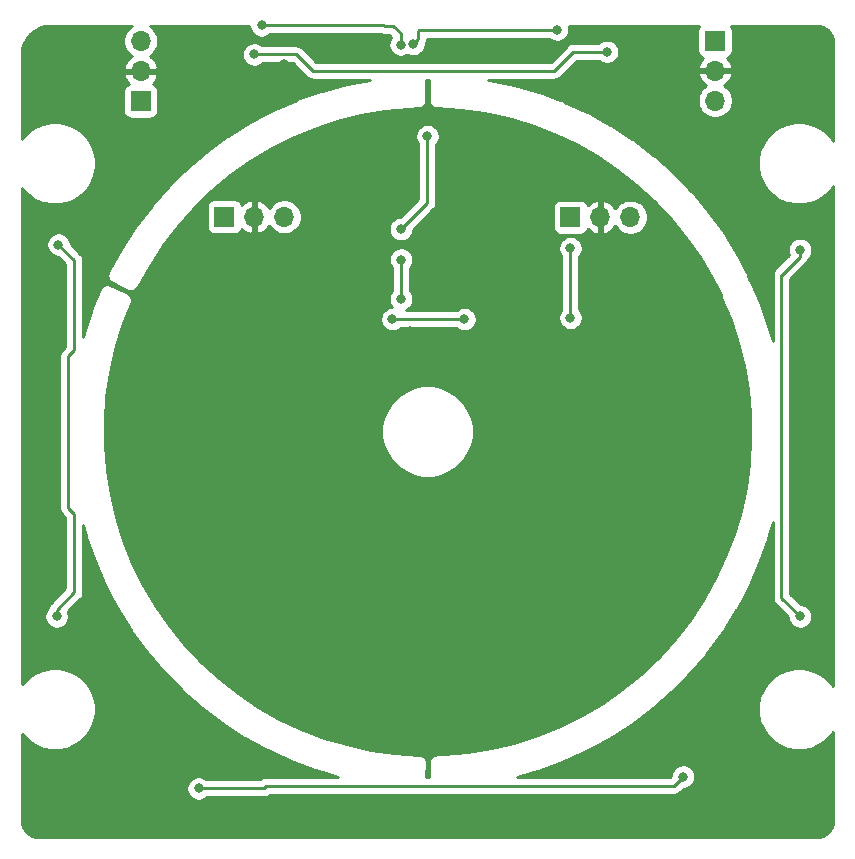
<source format=gbr>
G04 #@! TF.GenerationSoftware,KiCad,Pcbnew,(5.1.5)-3*
G04 #@! TF.CreationDate,2020-01-29T13:04:29+01:00*
G04 #@! TF.ProjectId,StepperClockLedRing,53746570-7065-4724-936c-6f636b4c6564,V0.1*
G04 #@! TF.SameCoordinates,Original*
G04 #@! TF.FileFunction,Copper,L2,Bot*
G04 #@! TF.FilePolarity,Positive*
%FSLAX46Y46*%
G04 Gerber Fmt 4.6, Leading zero omitted, Abs format (unit mm)*
G04 Created by KiCad (PCBNEW (5.1.5)-3) date 2020-01-29 13:04:29*
%MOMM*%
%LPD*%
G04 APERTURE LIST*
%ADD10R,1.700000X1.700000*%
%ADD11O,1.700000X1.700000*%
%ADD12C,0.800000*%
%ADD13C,0.250000*%
%ADD14C,0.254000*%
G04 APERTURE END LIST*
D10*
X106650000Y-108350000D03*
D11*
X109190000Y-108350000D03*
X111730000Y-108350000D03*
D10*
X77350000Y-108325000D03*
D11*
X79890000Y-108325000D03*
X82430000Y-108325000D03*
D10*
X70275000Y-98525000D03*
D11*
X70275000Y-95985000D03*
X70275000Y-93445000D03*
D10*
X118900000Y-93400000D03*
D11*
X118900000Y-95940000D03*
X118900000Y-98480000D03*
D12*
X75175000Y-156725000D03*
X116200000Y-155725000D03*
X126100000Y-111125000D03*
X126100000Y-142150000D03*
X63160923Y-142164877D03*
X79875000Y-94575000D03*
X109750000Y-94350000D03*
X63300000Y-110675000D03*
X116350000Y-152125000D03*
X111950000Y-155150000D03*
X102075000Y-159150000D03*
X97000000Y-159325000D03*
X91525000Y-159300000D03*
X86425000Y-158975000D03*
X81025000Y-158050000D03*
X76700000Y-154850000D03*
X72525000Y-151650000D03*
X68750000Y-147875000D03*
X65850000Y-143700000D03*
X63475000Y-138900000D03*
X61975000Y-133950000D03*
X61300000Y-128625000D03*
X62150000Y-118175000D03*
X63475000Y-113100000D03*
X66150000Y-108775000D03*
X69450000Y-104475000D03*
X73375000Y-100625000D03*
X77625000Y-97750000D03*
X82400000Y-95425000D03*
X97400000Y-93675000D03*
X102650000Y-94325000D03*
X107700000Y-95875000D03*
X112325000Y-98250000D03*
X116475000Y-101325000D03*
X120225000Y-105275000D03*
X123200000Y-109775000D03*
X125675000Y-114175000D03*
X127000000Y-119000000D03*
X127600000Y-124250000D03*
X127475000Y-129650000D03*
X126750000Y-134900000D03*
X125975000Y-139925000D03*
X122750000Y-144625000D03*
X119625000Y-148575000D03*
X86950000Y-94700000D03*
X61850000Y-124100000D03*
X107375000Y-157850000D03*
X97000000Y-130325000D03*
X86400000Y-128100000D03*
X87400000Y-132575000D03*
X96025000Y-134975000D03*
X97525000Y-134150000D03*
X102675000Y-124925000D03*
X101950000Y-120125000D03*
X91000000Y-133950000D03*
X93100000Y-118025000D03*
X98125000Y-119275000D03*
X91675000Y-118975000D03*
X92200000Y-122725000D03*
X92175000Y-130300000D03*
X91025000Y-93625000D03*
X93350000Y-93675000D03*
X105525000Y-92475000D03*
X92300000Y-109375000D03*
X92325000Y-115275000D03*
X92325000Y-111950000D03*
X94550000Y-101500000D03*
X80500000Y-92125000D03*
X92275000Y-93750000D03*
X91575000Y-117000000D03*
X97675000Y-117000000D03*
X106650000Y-116875000D03*
X106650000Y-110975000D03*
D13*
X115425001Y-156499999D02*
X116200000Y-155725000D01*
X80901999Y-156499999D02*
X115425001Y-156499999D01*
X75175000Y-156725000D02*
X80676998Y-156725000D01*
X80676998Y-156725000D02*
X80901999Y-156499999D01*
X126100000Y-111690685D02*
X124550000Y-113240685D01*
X126100000Y-111125000D02*
X126100000Y-111690685D01*
X124524999Y-113265686D02*
X124524999Y-140574999D01*
X124550000Y-113240685D02*
X124524999Y-113265686D01*
X124524999Y-140574999D02*
X126100000Y-142150000D01*
X63160923Y-141599192D02*
X63160923Y-142164877D01*
X64649992Y-140110123D02*
X63160923Y-141599192D01*
X64650001Y-112025001D02*
X64650001Y-119624999D01*
X63300000Y-110675000D02*
X64650001Y-112025001D01*
X64650001Y-119624999D02*
X64125000Y-120150000D01*
X64649992Y-133474992D02*
X64649992Y-140110123D01*
X64125000Y-120150000D02*
X64125000Y-132950000D01*
X64125000Y-132950000D02*
X64649992Y-133474992D01*
X83450000Y-94575000D02*
X79875000Y-94575000D01*
X84825000Y-95950000D02*
X83450000Y-94575000D01*
X105300000Y-95950000D02*
X84825000Y-95950000D01*
X109750000Y-94350000D02*
X106900000Y-94350000D01*
X106900000Y-94350000D02*
X105300000Y-95950000D01*
X103275000Y-92475000D02*
X93875000Y-92475000D01*
X103275000Y-92475000D02*
X105525000Y-92475000D01*
X93749999Y-92600001D02*
X93875000Y-92475000D01*
X93749999Y-93275001D02*
X93749999Y-92600001D01*
X93350000Y-93675000D02*
X93749999Y-93275001D01*
X92325000Y-115275000D02*
X92325000Y-111950000D01*
X94550000Y-107125000D02*
X92300000Y-109375000D01*
X94550000Y-101500000D02*
X94550000Y-107125000D01*
X90830011Y-92125000D02*
X90850000Y-92150000D01*
X80500000Y-92125000D02*
X90830011Y-92125000D01*
X90850000Y-92150000D02*
X91650000Y-92150000D01*
X91650000Y-92150000D02*
X92275000Y-92775000D01*
X92275000Y-92775000D02*
X92275000Y-93750000D01*
X91575000Y-117000000D02*
X92140685Y-117000000D01*
X92140685Y-117000000D02*
X97675000Y-117000000D01*
X106650000Y-116875000D02*
X106650000Y-110975000D01*
D14*
G36*
X69328368Y-92291525D02*
G01*
X69121525Y-92498368D01*
X68959010Y-92741589D01*
X68847068Y-93011842D01*
X68790000Y-93298740D01*
X68790000Y-93591260D01*
X68847068Y-93878158D01*
X68959010Y-94148411D01*
X69121525Y-94391632D01*
X69328368Y-94598475D01*
X69510534Y-94720195D01*
X69393645Y-94789822D01*
X69177412Y-94984731D01*
X69003359Y-95218080D01*
X68878175Y-95480901D01*
X68833524Y-95628110D01*
X68954845Y-95858000D01*
X70148000Y-95858000D01*
X70148000Y-95838000D01*
X70402000Y-95838000D01*
X70402000Y-95858000D01*
X71595155Y-95858000D01*
X71716476Y-95628110D01*
X71671825Y-95480901D01*
X71546641Y-95218080D01*
X71372588Y-94984731D01*
X71156355Y-94789822D01*
X71039466Y-94720195D01*
X71221632Y-94598475D01*
X71428475Y-94391632D01*
X71590990Y-94148411D01*
X71702932Y-93878158D01*
X71760000Y-93591260D01*
X71760000Y-93298740D01*
X71702932Y-93011842D01*
X71590990Y-92741589D01*
X71428475Y-92498368D01*
X71221632Y-92291525D01*
X71024791Y-92160000D01*
X79465000Y-92160000D01*
X79465000Y-92226939D01*
X79504774Y-92426898D01*
X79582795Y-92615256D01*
X79696063Y-92784774D01*
X79840226Y-92928937D01*
X80009744Y-93042205D01*
X80198102Y-93120226D01*
X80398061Y-93160000D01*
X80601939Y-93160000D01*
X80801898Y-93120226D01*
X80990256Y-93042205D01*
X81159774Y-92928937D01*
X81203711Y-92885000D01*
X90652443Y-92885000D01*
X90660460Y-92886701D01*
X90701014Y-92899003D01*
X90733519Y-92902205D01*
X90765463Y-92908983D01*
X90807827Y-92909523D01*
X90812667Y-92910000D01*
X90845211Y-92910000D01*
X90915157Y-92910892D01*
X90919961Y-92910000D01*
X91335198Y-92910000D01*
X91493243Y-93068046D01*
X91471063Y-93090226D01*
X91357795Y-93259744D01*
X91279774Y-93448102D01*
X91240000Y-93648061D01*
X91240000Y-93851939D01*
X91279774Y-94051898D01*
X91357795Y-94240256D01*
X91471063Y-94409774D01*
X91615226Y-94553937D01*
X91784744Y-94667205D01*
X91973102Y-94745226D01*
X92173061Y-94785000D01*
X92376939Y-94785000D01*
X92576898Y-94745226D01*
X92765256Y-94667205D01*
X92870706Y-94596746D01*
X93048102Y-94670226D01*
X93248061Y-94710000D01*
X93451939Y-94710000D01*
X93651898Y-94670226D01*
X93840256Y-94592205D01*
X94009774Y-94478937D01*
X94153937Y-94334774D01*
X94267205Y-94165256D01*
X94345226Y-93976898D01*
X94385000Y-93776939D01*
X94385000Y-93699226D01*
X94455545Y-93567248D01*
X94499002Y-93423987D01*
X94509999Y-93312334D01*
X94509999Y-93312324D01*
X94513675Y-93275002D01*
X94509999Y-93237679D01*
X94509999Y-93235000D01*
X104821289Y-93235000D01*
X104865226Y-93278937D01*
X105034744Y-93392205D01*
X105223102Y-93470226D01*
X105423061Y-93510000D01*
X105626939Y-93510000D01*
X105826898Y-93470226D01*
X106015256Y-93392205D01*
X106184774Y-93278937D01*
X106328937Y-93134774D01*
X106442205Y-92965256D01*
X106520226Y-92776898D01*
X106560000Y-92576939D01*
X106560000Y-92373061D01*
X106520226Y-92173102D01*
X106514799Y-92160000D01*
X117548602Y-92160000D01*
X117519463Y-92195506D01*
X117460498Y-92305820D01*
X117424188Y-92425518D01*
X117411928Y-92550000D01*
X117411928Y-94250000D01*
X117424188Y-94374482D01*
X117460498Y-94494180D01*
X117519463Y-94604494D01*
X117598815Y-94701185D01*
X117695506Y-94780537D01*
X117805820Y-94839502D01*
X117886466Y-94863966D01*
X117802412Y-94939731D01*
X117628359Y-95173080D01*
X117503175Y-95435901D01*
X117458524Y-95583110D01*
X117579845Y-95813000D01*
X118773000Y-95813000D01*
X118773000Y-95793000D01*
X119027000Y-95793000D01*
X119027000Y-95813000D01*
X120220155Y-95813000D01*
X120341476Y-95583110D01*
X120296825Y-95435901D01*
X120171641Y-95173080D01*
X119997588Y-94939731D01*
X119913534Y-94863966D01*
X119994180Y-94839502D01*
X120104494Y-94780537D01*
X120201185Y-94701185D01*
X120280537Y-94604494D01*
X120339502Y-94494180D01*
X120375812Y-94374482D01*
X120388072Y-94250000D01*
X120388072Y-92550000D01*
X120375812Y-92425518D01*
X120339502Y-92305820D01*
X120280537Y-92195506D01*
X120251398Y-92160000D01*
X127517721Y-92160000D01*
X127809659Y-92188625D01*
X128059429Y-92264035D01*
X128289792Y-92386522D01*
X128491980Y-92551422D01*
X128658286Y-92752450D01*
X128782378Y-92981954D01*
X128859531Y-93231195D01*
X128890001Y-93521098D01*
X128890001Y-101866757D01*
X128700762Y-101583542D01*
X128216458Y-101099238D01*
X127646977Y-100718722D01*
X127014204Y-100456619D01*
X126342455Y-100323000D01*
X125657545Y-100323000D01*
X124985796Y-100456619D01*
X124353023Y-100718722D01*
X123783542Y-101099238D01*
X123299238Y-101583542D01*
X122918722Y-102153023D01*
X122656619Y-102785796D01*
X122523000Y-103457545D01*
X122523000Y-104142455D01*
X122656619Y-104814204D01*
X122918722Y-105446977D01*
X123299238Y-106016458D01*
X123783542Y-106500762D01*
X124353023Y-106881278D01*
X124985796Y-107143381D01*
X125657545Y-107277000D01*
X126342455Y-107277000D01*
X127014204Y-107143381D01*
X127646977Y-106881278D01*
X128216458Y-106500762D01*
X128700762Y-106016458D01*
X128890001Y-105733243D01*
X128890000Y-148066756D01*
X128700762Y-147783542D01*
X128216458Y-147299238D01*
X127646977Y-146918722D01*
X127014204Y-146656619D01*
X126342455Y-146523000D01*
X125657545Y-146523000D01*
X124985796Y-146656619D01*
X124353023Y-146918722D01*
X123783542Y-147299238D01*
X123299238Y-147783542D01*
X122918722Y-148353023D01*
X122656619Y-148985796D01*
X122523000Y-149657545D01*
X122523000Y-150342455D01*
X122656619Y-151014204D01*
X122918722Y-151646977D01*
X123299238Y-152216458D01*
X123783542Y-152700762D01*
X124353023Y-153081278D01*
X124985796Y-153343381D01*
X125657545Y-153477000D01*
X126342455Y-153477000D01*
X127014204Y-153343381D01*
X127646977Y-153081278D01*
X128216458Y-152700762D01*
X128700762Y-152216458D01*
X128890000Y-151933244D01*
X128890000Y-159467721D01*
X128861375Y-159759660D01*
X128785965Y-160009429D01*
X128663477Y-160239794D01*
X128498579Y-160441979D01*
X128297546Y-160608288D01*
X128068046Y-160732378D01*
X127818805Y-160809531D01*
X127528911Y-160840000D01*
X61582279Y-160840000D01*
X61290340Y-160811375D01*
X61040571Y-160735965D01*
X60810206Y-160613477D01*
X60608021Y-160448579D01*
X60441712Y-160247546D01*
X60317622Y-160018046D01*
X60240469Y-159768805D01*
X60210000Y-159478911D01*
X60210000Y-152082904D01*
X60299238Y-152216458D01*
X60783542Y-152700762D01*
X61353023Y-153081278D01*
X61985796Y-153343381D01*
X62657545Y-153477000D01*
X63342455Y-153477000D01*
X64014204Y-153343381D01*
X64646977Y-153081278D01*
X65216458Y-152700762D01*
X65700762Y-152216458D01*
X66081278Y-151646977D01*
X66343381Y-151014204D01*
X66477000Y-150342455D01*
X66477000Y-149657545D01*
X66343381Y-148985796D01*
X66081278Y-148353023D01*
X65700762Y-147783542D01*
X65216458Y-147299238D01*
X64646977Y-146918722D01*
X64014204Y-146656619D01*
X63342455Y-146523000D01*
X62657545Y-146523000D01*
X61985796Y-146656619D01*
X61353023Y-146918722D01*
X60783542Y-147299238D01*
X60299238Y-147783542D01*
X60210000Y-147917096D01*
X60210000Y-142062938D01*
X62125923Y-142062938D01*
X62125923Y-142266816D01*
X62165697Y-142466775D01*
X62243718Y-142655133D01*
X62356986Y-142824651D01*
X62501149Y-142968814D01*
X62670667Y-143082082D01*
X62859025Y-143160103D01*
X63058984Y-143199877D01*
X63262862Y-143199877D01*
X63462821Y-143160103D01*
X63651179Y-143082082D01*
X63820697Y-142968814D01*
X63964860Y-142824651D01*
X64078128Y-142655133D01*
X64156149Y-142466775D01*
X64195923Y-142266816D01*
X64195923Y-142062938D01*
X64156149Y-141862979D01*
X64102194Y-141732722D01*
X65160995Y-140673922D01*
X65189993Y-140650124D01*
X65284966Y-140534399D01*
X65355538Y-140402370D01*
X65398995Y-140259109D01*
X65409992Y-140147456D01*
X65413669Y-140110123D01*
X65409992Y-140072790D01*
X65409992Y-134447617D01*
X65656327Y-135364003D01*
X65657343Y-135367295D01*
X65658155Y-135370667D01*
X65670586Y-135410222D01*
X66384936Y-137456252D01*
X66386188Y-137459456D01*
X66387247Y-137462765D01*
X66402542Y-137501303D01*
X67264821Y-139489519D01*
X67266312Y-139492639D01*
X67267604Y-139495845D01*
X67285605Y-139533005D01*
X67285679Y-139533160D01*
X67285691Y-139533181D01*
X68291256Y-141452886D01*
X68292963Y-141455874D01*
X68294494Y-141458992D01*
X68315173Y-141494740D01*
X68315254Y-141494882D01*
X68315267Y-141494901D01*
X69458728Y-143335805D01*
X69460656Y-143338669D01*
X69462405Y-143341657D01*
X69485649Y-143375801D01*
X69485737Y-143375931D01*
X69485751Y-143375948D01*
X70760965Y-145128164D01*
X70763093Y-145130874D01*
X70765061Y-145133732D01*
X70790842Y-145166205D01*
X72190975Y-146820337D01*
X72193298Y-146822886D01*
X72195468Y-146825590D01*
X72223463Y-146855984D01*
X72223557Y-146856087D01*
X72223571Y-146856100D01*
X73741076Y-148403234D01*
X73743588Y-148405614D01*
X73745942Y-148408143D01*
X73776094Y-148436411D01*
X73776189Y-148436501D01*
X73776203Y-148436512D01*
X75402945Y-149868353D01*
X75405609Y-149870530D01*
X75408156Y-149872893D01*
X75440307Y-149898885D01*
X75440399Y-149898960D01*
X75440412Y-149898969D01*
X77167652Y-151207826D01*
X77170483Y-151209812D01*
X77173182Y-151211971D01*
X77207248Y-151235607D01*
X79025719Y-152414456D01*
X79028678Y-152416224D01*
X79031538Y-152418186D01*
X79067160Y-152439213D01*
X79067243Y-152439263D01*
X79067255Y-152439269D01*
X80967169Y-153481766D01*
X80970255Y-153483315D01*
X80973245Y-153485059D01*
X81010322Y-153503427D01*
X81010398Y-153503465D01*
X81010408Y-153503469D01*
X82981573Y-154404021D01*
X82984767Y-154405341D01*
X82987874Y-154406860D01*
X83026276Y-154422495D01*
X85058111Y-155176268D01*
X85061392Y-155177350D01*
X85064603Y-155178638D01*
X85103990Y-155191401D01*
X85104046Y-155191419D01*
X85104053Y-155191421D01*
X86997960Y-155739999D01*
X80939321Y-155739999D01*
X80901998Y-155736323D01*
X80864675Y-155739999D01*
X80864666Y-155739999D01*
X80753013Y-155750996D01*
X80609752Y-155794453D01*
X80477723Y-155865025D01*
X80361998Y-155959998D01*
X80357893Y-155965000D01*
X75878711Y-155965000D01*
X75834774Y-155921063D01*
X75665256Y-155807795D01*
X75476898Y-155729774D01*
X75276939Y-155690000D01*
X75073061Y-155690000D01*
X74873102Y-155729774D01*
X74684744Y-155807795D01*
X74515226Y-155921063D01*
X74371063Y-156065226D01*
X74257795Y-156234744D01*
X74179774Y-156423102D01*
X74140000Y-156623061D01*
X74140000Y-156826939D01*
X74179774Y-157026898D01*
X74257795Y-157215256D01*
X74371063Y-157384774D01*
X74515226Y-157528937D01*
X74684744Y-157642205D01*
X74873102Y-157720226D01*
X75073061Y-157760000D01*
X75276939Y-157760000D01*
X75476898Y-157720226D01*
X75665256Y-157642205D01*
X75834774Y-157528937D01*
X75878711Y-157485000D01*
X80639676Y-157485000D01*
X80676998Y-157488676D01*
X80714320Y-157485000D01*
X80714331Y-157485000D01*
X80825984Y-157474003D01*
X80969245Y-157430546D01*
X81101274Y-157359974D01*
X81216999Y-157265001D01*
X81221104Y-157259999D01*
X115387679Y-157259999D01*
X115425001Y-157263675D01*
X115462323Y-157259999D01*
X115462334Y-157259999D01*
X115573987Y-157249002D01*
X115717248Y-157205545D01*
X115849277Y-157134973D01*
X115965002Y-157040000D01*
X115988804Y-157010997D01*
X116239801Y-156760000D01*
X116301939Y-156760000D01*
X116501898Y-156720226D01*
X116690256Y-156642205D01*
X116859774Y-156528937D01*
X117003937Y-156384774D01*
X117117205Y-156215256D01*
X117195226Y-156026898D01*
X117235000Y-155826939D01*
X117235000Y-155623061D01*
X117195226Y-155423102D01*
X117117205Y-155234744D01*
X117003937Y-155065226D01*
X116859774Y-154921063D01*
X116690256Y-154807795D01*
X116501898Y-154729774D01*
X116301939Y-154690000D01*
X116098061Y-154690000D01*
X115898102Y-154729774D01*
X115709744Y-154807795D01*
X115540226Y-154921063D01*
X115396063Y-155065226D01*
X115282795Y-155234744D01*
X115204774Y-155423102D01*
X115165000Y-155623061D01*
X115165000Y-155685199D01*
X115110200Y-155739999D01*
X102136384Y-155739999D01*
X103839448Y-155256530D01*
X103842733Y-155255466D01*
X103846087Y-155254608D01*
X103885464Y-155241625D01*
X105920578Y-154498962D01*
X105923778Y-154497660D01*
X105927058Y-154496559D01*
X105965215Y-154480793D01*
X105965378Y-154480727D01*
X105965400Y-154480716D01*
X107940635Y-153591009D01*
X107943727Y-153589478D01*
X107946922Y-153588138D01*
X107983828Y-153569617D01*
X107983980Y-153569542D01*
X107984001Y-153569530D01*
X109888771Y-152537549D01*
X109891732Y-152535801D01*
X109894831Y-152534226D01*
X109930427Y-152512965D01*
X111754521Y-151344241D01*
X111757361Y-151342271D01*
X111760321Y-151340482D01*
X111794265Y-151316672D01*
X113527866Y-150017493D01*
X113530549Y-150015325D01*
X113533375Y-150013320D01*
X113565370Y-149987180D01*
X113565484Y-149987088D01*
X113565499Y-149987074D01*
X115199280Y-148564431D01*
X115201798Y-148562071D01*
X115204468Y-148559866D01*
X115234475Y-148531441D01*
X115234570Y-148531352D01*
X115234583Y-148531338D01*
X116759785Y-146992861D01*
X116762124Y-146990322D01*
X116764625Y-146987928D01*
X116792557Y-146957286D01*
X118201000Y-145311222D01*
X118203143Y-145308523D01*
X118205466Y-145305948D01*
X118231079Y-145273343D01*
X119515185Y-143528548D01*
X119517135Y-143525684D01*
X119519252Y-143522960D01*
X119542409Y-143488567D01*
X120695280Y-141654413D01*
X120697015Y-141651415D01*
X120698927Y-141648542D01*
X120719420Y-141612688D01*
X120719503Y-141612545D01*
X120719514Y-141612523D01*
X121734948Y-139698882D01*
X121736453Y-139695776D01*
X121738156Y-139692760D01*
X121756040Y-139655353D01*
X122628605Y-137672459D01*
X122629882Y-137669241D01*
X122631355Y-137666119D01*
X122646451Y-137627502D01*
X123371449Y-135586029D01*
X123372484Y-135582738D01*
X123373728Y-135579505D01*
X123385902Y-135540059D01*
X123385956Y-135539886D01*
X123385962Y-135539860D01*
X123765000Y-134159231D01*
X123765000Y-140537666D01*
X123761323Y-140574999D01*
X123765000Y-140612332D01*
X123775997Y-140723985D01*
X123778338Y-140731702D01*
X123819453Y-140867245D01*
X123890025Y-140999275D01*
X123942647Y-141063394D01*
X123984999Y-141115000D01*
X124013997Y-141138798D01*
X125065000Y-142189802D01*
X125065000Y-142251939D01*
X125104774Y-142451898D01*
X125182795Y-142640256D01*
X125296063Y-142809774D01*
X125440226Y-142953937D01*
X125609744Y-143067205D01*
X125798102Y-143145226D01*
X125998061Y-143185000D01*
X126201939Y-143185000D01*
X126401898Y-143145226D01*
X126590256Y-143067205D01*
X126759774Y-142953937D01*
X126903937Y-142809774D01*
X127017205Y-142640256D01*
X127095226Y-142451898D01*
X127135000Y-142251939D01*
X127135000Y-142048061D01*
X127095226Y-141848102D01*
X127017205Y-141659744D01*
X126903937Y-141490226D01*
X126759774Y-141346063D01*
X126590256Y-141232795D01*
X126401898Y-141154774D01*
X126201939Y-141115000D01*
X126139802Y-141115000D01*
X125284999Y-140260198D01*
X125284999Y-113580487D01*
X126611003Y-112254484D01*
X126640001Y-112230686D01*
X126697658Y-112160431D01*
X126734974Y-112114962D01*
X126805546Y-111982932D01*
X126809400Y-111970226D01*
X126848987Y-111839724D01*
X126903937Y-111784774D01*
X127017205Y-111615256D01*
X127095226Y-111426898D01*
X127135000Y-111226939D01*
X127135000Y-111023061D01*
X127095226Y-110823102D01*
X127017205Y-110634744D01*
X126903937Y-110465226D01*
X126759774Y-110321063D01*
X126590256Y-110207795D01*
X126401898Y-110129774D01*
X126201939Y-110090000D01*
X125998061Y-110090000D01*
X125798102Y-110129774D01*
X125609744Y-110207795D01*
X125440226Y-110321063D01*
X125296063Y-110465226D01*
X125182795Y-110634744D01*
X125104774Y-110823102D01*
X125065000Y-111023061D01*
X125065000Y-111226939D01*
X125104774Y-111426898D01*
X125158729Y-111557155D01*
X124014002Y-112701882D01*
X123984998Y-112725685D01*
X123945344Y-112774004D01*
X123890025Y-112841410D01*
X123825729Y-112961698D01*
X123819453Y-112973440D01*
X123775996Y-113116701D01*
X123764999Y-113228354D01*
X123764999Y-113228364D01*
X123761323Y-113265686D01*
X123764999Y-113303008D01*
X123764999Y-118841236D01*
X123584129Y-118118400D01*
X123583170Y-118115087D01*
X123582417Y-118111705D01*
X123570677Y-118071939D01*
X122892305Y-116014502D01*
X122891101Y-116011256D01*
X122890106Y-116007949D01*
X122875525Y-115969255D01*
X122875486Y-115969151D01*
X122875480Y-115969138D01*
X122055216Y-113983780D01*
X122039791Y-113939679D01*
X121973752Y-113827692D01*
X121898036Y-113742946D01*
X121706765Y-113305755D01*
X121694448Y-113218440D01*
X121651522Y-113095722D01*
X121625771Y-113052058D01*
X120808363Y-111517751D01*
X120807792Y-111516768D01*
X120807286Y-111515737D01*
X120786527Y-111479846D01*
X119643027Y-109638794D01*
X119641106Y-109635939D01*
X119639351Y-109632942D01*
X119616079Y-109598756D01*
X119616019Y-109598667D01*
X119616009Y-109598654D01*
X118340756Y-107846307D01*
X118338626Y-107843595D01*
X118336660Y-107840739D01*
X118310973Y-107808383D01*
X118310881Y-107808266D01*
X118310867Y-107808251D01*
X116910703Y-106154009D01*
X116908372Y-106151451D01*
X116906210Y-106148757D01*
X116878216Y-106118363D01*
X116878122Y-106118259D01*
X116878108Y-106118246D01*
X115360548Y-104570992D01*
X115358042Y-104568618D01*
X115355683Y-104566083D01*
X115325436Y-104537724D01*
X113698620Y-103105756D01*
X113695947Y-103103571D01*
X113693408Y-103101216D01*
X113661259Y-103075225D01*
X113661166Y-103075149D01*
X113661153Y-103075140D01*
X111933844Y-101766171D01*
X111931013Y-101764185D01*
X111928313Y-101762025D01*
X111894338Y-101738451D01*
X111894249Y-101738389D01*
X111894236Y-101738381D01*
X110075698Y-100559433D01*
X110072733Y-100557662D01*
X110069880Y-100555704D01*
X110034316Y-100534709D01*
X110034175Y-100534625D01*
X110034154Y-100534614D01*
X108134163Y-99492023D01*
X108131087Y-99490479D01*
X108128087Y-99488729D01*
X108091010Y-99470361D01*
X108090935Y-99470323D01*
X108090925Y-99470319D01*
X106119667Y-98569673D01*
X106116472Y-98568352D01*
X106113366Y-98566834D01*
X106074965Y-98551198D01*
X105488833Y-98333740D01*
X117415000Y-98333740D01*
X117415000Y-98626260D01*
X117472068Y-98913158D01*
X117584010Y-99183411D01*
X117746525Y-99426632D01*
X117953368Y-99633475D01*
X118196589Y-99795990D01*
X118466842Y-99907932D01*
X118753740Y-99965000D01*
X119046260Y-99965000D01*
X119333158Y-99907932D01*
X119603411Y-99795990D01*
X119846632Y-99633475D01*
X120053475Y-99426632D01*
X120215990Y-99183411D01*
X120327932Y-98913158D01*
X120385000Y-98626260D01*
X120385000Y-98333740D01*
X120327932Y-98046842D01*
X120215990Y-97776589D01*
X120053475Y-97533368D01*
X119846632Y-97326525D01*
X119664466Y-97204805D01*
X119781355Y-97135178D01*
X119997588Y-96940269D01*
X120171641Y-96706920D01*
X120296825Y-96444099D01*
X120341476Y-96296890D01*
X120220155Y-96067000D01*
X119027000Y-96067000D01*
X119027000Y-96087000D01*
X118773000Y-96087000D01*
X118773000Y-96067000D01*
X117579845Y-96067000D01*
X117458524Y-96296890D01*
X117503175Y-96444099D01*
X117628359Y-96706920D01*
X117802412Y-96940269D01*
X118018645Y-97135178D01*
X118135534Y-97204805D01*
X117953368Y-97326525D01*
X117746525Y-97533368D01*
X117584010Y-97776589D01*
X117472068Y-98046842D01*
X117415000Y-98333740D01*
X105488833Y-98333740D01*
X104043030Y-97797340D01*
X104039760Y-97796262D01*
X104036538Y-97794969D01*
X103997151Y-97782206D01*
X103997095Y-97782188D01*
X103997088Y-97782186D01*
X101915405Y-97179169D01*
X101912051Y-97178329D01*
X101908757Y-97177281D01*
X101868483Y-97167422D01*
X99748220Y-96718481D01*
X99744810Y-96717889D01*
X99741451Y-96717085D01*
X99700596Y-96710207D01*
X99700565Y-96710202D01*
X99700561Y-96710202D01*
X99699081Y-96710000D01*
X105262678Y-96710000D01*
X105300000Y-96713676D01*
X105337322Y-96710000D01*
X105337333Y-96710000D01*
X105448986Y-96699003D01*
X105592247Y-96655546D01*
X105724276Y-96584974D01*
X105840001Y-96490001D01*
X105863804Y-96460997D01*
X107214802Y-95110000D01*
X109046289Y-95110000D01*
X109090226Y-95153937D01*
X109259744Y-95267205D01*
X109448102Y-95345226D01*
X109648061Y-95385000D01*
X109851939Y-95385000D01*
X110051898Y-95345226D01*
X110240256Y-95267205D01*
X110409774Y-95153937D01*
X110553937Y-95009774D01*
X110667205Y-94840256D01*
X110745226Y-94651898D01*
X110785000Y-94451939D01*
X110785000Y-94248061D01*
X110745226Y-94048102D01*
X110667205Y-93859744D01*
X110553937Y-93690226D01*
X110409774Y-93546063D01*
X110240256Y-93432795D01*
X110051898Y-93354774D01*
X109851939Y-93315000D01*
X109648061Y-93315000D01*
X109448102Y-93354774D01*
X109259744Y-93432795D01*
X109090226Y-93546063D01*
X109046289Y-93590000D01*
X106937325Y-93590000D01*
X106900000Y-93586324D01*
X106862675Y-93590000D01*
X106862667Y-93590000D01*
X106751014Y-93600997D01*
X106607753Y-93644454D01*
X106475724Y-93715026D01*
X106359999Y-93809999D01*
X106336201Y-93838997D01*
X104985199Y-95190000D01*
X85139802Y-95190000D01*
X84013804Y-94064003D01*
X83990001Y-94034999D01*
X83874276Y-93940026D01*
X83742247Y-93869454D01*
X83598986Y-93825997D01*
X83487333Y-93815000D01*
X83487322Y-93815000D01*
X83450000Y-93811324D01*
X83412678Y-93815000D01*
X80578711Y-93815000D01*
X80534774Y-93771063D01*
X80365256Y-93657795D01*
X80176898Y-93579774D01*
X79976939Y-93540000D01*
X79773061Y-93540000D01*
X79573102Y-93579774D01*
X79384744Y-93657795D01*
X79215226Y-93771063D01*
X79071063Y-93915226D01*
X78957795Y-94084744D01*
X78879774Y-94273102D01*
X78840000Y-94473061D01*
X78840000Y-94676939D01*
X78879774Y-94876898D01*
X78957795Y-95065256D01*
X79071063Y-95234774D01*
X79215226Y-95378937D01*
X79384744Y-95492205D01*
X79573102Y-95570226D01*
X79773061Y-95610000D01*
X79976939Y-95610000D01*
X80176898Y-95570226D01*
X80365256Y-95492205D01*
X80534774Y-95378937D01*
X80578711Y-95335000D01*
X83135199Y-95335000D01*
X84261201Y-96461003D01*
X84284999Y-96490001D01*
X84400724Y-96584974D01*
X84532753Y-96655546D01*
X84676014Y-96699003D01*
X84787667Y-96710000D01*
X84787675Y-96710000D01*
X84825000Y-96713676D01*
X84862325Y-96710000D01*
X89668413Y-96710000D01*
X87757791Y-97079136D01*
X87754418Y-97079917D01*
X87751012Y-97080483D01*
X87710668Y-97090046D01*
X85619469Y-97655663D01*
X85616172Y-97656686D01*
X85612807Y-97657502D01*
X85573390Y-97669957D01*
X85573272Y-97669994D01*
X85573256Y-97670000D01*
X83529115Y-98387249D01*
X83525905Y-98388509D01*
X83522605Y-98389571D01*
X83484090Y-98404925D01*
X81497953Y-99269963D01*
X81494842Y-99271456D01*
X81491632Y-99272755D01*
X81454345Y-99290889D01*
X79536895Y-100299065D01*
X79533892Y-100300787D01*
X79530794Y-100302314D01*
X79495079Y-100323047D01*
X79494936Y-100323129D01*
X79494917Y-100323142D01*
X77656473Y-101469029D01*
X77653618Y-101470957D01*
X77650626Y-101472715D01*
X77616389Y-101496101D01*
X75866786Y-102773569D01*
X75864075Y-102775705D01*
X75861226Y-102777673D01*
X75828793Y-102803504D01*
X74177449Y-104205678D01*
X74174897Y-104208011D01*
X74172204Y-104210179D01*
X74141853Y-104238221D01*
X74141750Y-104238315D01*
X74141737Y-104238329D01*
X72597533Y-105757666D01*
X72595158Y-105760180D01*
X72592632Y-105762539D01*
X72564320Y-105792830D01*
X71135524Y-107421196D01*
X71133339Y-107423879D01*
X71130993Y-107426415D01*
X71105052Y-107458605D01*
X71104976Y-107458698D01*
X71104967Y-107458711D01*
X69799277Y-109187334D01*
X69797301Y-109190159D01*
X69795140Y-109192870D01*
X69771557Y-109226973D01*
X68595965Y-111046593D01*
X68594199Y-111049560D01*
X68592245Y-111052417D01*
X68571272Y-111088072D01*
X68571223Y-111088155D01*
X68571223Y-111088156D01*
X67540618Y-112973324D01*
X67515813Y-113013383D01*
X67470247Y-113135145D01*
X67449312Y-113263457D01*
X67453811Y-113393386D01*
X67468954Y-113457780D01*
X67468959Y-113457806D01*
X67468965Y-113457829D01*
X67483572Y-113519943D01*
X67537450Y-113638262D01*
X67613377Y-113743795D01*
X67708432Y-113832489D01*
X67791270Y-113883784D01*
X69208013Y-114579124D01*
X69299266Y-114613273D01*
X69427577Y-114634208D01*
X69557507Y-114629709D01*
X69684064Y-114599948D01*
X69802383Y-114546069D01*
X69907916Y-114470143D01*
X69996610Y-114375087D01*
X70065055Y-114264554D01*
X70071301Y-114247863D01*
X71046669Y-112465741D01*
X72080657Y-110873061D01*
X105615000Y-110873061D01*
X105615000Y-111076939D01*
X105654774Y-111276898D01*
X105732795Y-111465256D01*
X105846063Y-111634774D01*
X105890001Y-111678712D01*
X105890000Y-116171289D01*
X105846063Y-116215226D01*
X105732795Y-116384744D01*
X105654774Y-116573102D01*
X105615000Y-116773061D01*
X105615000Y-116976939D01*
X105654774Y-117176898D01*
X105732795Y-117365256D01*
X105846063Y-117534774D01*
X105990226Y-117678937D01*
X106159744Y-117792205D01*
X106348102Y-117870226D01*
X106548061Y-117910000D01*
X106751939Y-117910000D01*
X106951898Y-117870226D01*
X107140256Y-117792205D01*
X107309774Y-117678937D01*
X107453937Y-117534774D01*
X107567205Y-117365256D01*
X107645226Y-117176898D01*
X107685000Y-116976939D01*
X107685000Y-116773061D01*
X107645226Y-116573102D01*
X107567205Y-116384744D01*
X107453937Y-116215226D01*
X107410000Y-116171289D01*
X107410000Y-111678711D01*
X107453937Y-111634774D01*
X107567205Y-111465256D01*
X107645226Y-111276898D01*
X107685000Y-111076939D01*
X107685000Y-110873061D01*
X107645226Y-110673102D01*
X107567205Y-110484744D01*
X107453937Y-110315226D01*
X107309774Y-110171063D01*
X107140256Y-110057795D01*
X106951898Y-109979774D01*
X106751939Y-109940000D01*
X106548061Y-109940000D01*
X106348102Y-109979774D01*
X106159744Y-110057795D01*
X105990226Y-110171063D01*
X105846063Y-110315226D01*
X105732795Y-110484744D01*
X105654774Y-110673102D01*
X105615000Y-110873061D01*
X72080657Y-110873061D01*
X72165103Y-110742988D01*
X73409552Y-109108955D01*
X74773022Y-107572819D01*
X74873935Y-107475000D01*
X75861928Y-107475000D01*
X75861928Y-109175000D01*
X75874188Y-109299482D01*
X75910498Y-109419180D01*
X75969463Y-109529494D01*
X76048815Y-109626185D01*
X76145506Y-109705537D01*
X76255820Y-109764502D01*
X76375518Y-109800812D01*
X76500000Y-109813072D01*
X78200000Y-109813072D01*
X78324482Y-109800812D01*
X78444180Y-109764502D01*
X78554494Y-109705537D01*
X78651185Y-109626185D01*
X78730537Y-109529494D01*
X78789502Y-109419180D01*
X78813966Y-109338534D01*
X78889731Y-109422588D01*
X79123080Y-109596641D01*
X79385901Y-109721825D01*
X79533110Y-109766476D01*
X79763000Y-109645155D01*
X79763000Y-108452000D01*
X79743000Y-108452000D01*
X79743000Y-108198000D01*
X79763000Y-108198000D01*
X79763000Y-107004845D01*
X80017000Y-107004845D01*
X80017000Y-108198000D01*
X80037000Y-108198000D01*
X80037000Y-108452000D01*
X80017000Y-108452000D01*
X80017000Y-109645155D01*
X80246890Y-109766476D01*
X80394099Y-109721825D01*
X80656920Y-109596641D01*
X80890269Y-109422588D01*
X81085178Y-109206355D01*
X81154805Y-109089466D01*
X81276525Y-109271632D01*
X81483368Y-109478475D01*
X81726589Y-109640990D01*
X81996842Y-109752932D01*
X82283740Y-109810000D01*
X82576260Y-109810000D01*
X82863158Y-109752932D01*
X83133411Y-109640990D01*
X83376632Y-109478475D01*
X83582046Y-109273061D01*
X91265000Y-109273061D01*
X91265000Y-109476939D01*
X91304774Y-109676898D01*
X91382795Y-109865256D01*
X91496063Y-110034774D01*
X91640226Y-110178937D01*
X91809744Y-110292205D01*
X91998102Y-110370226D01*
X92198061Y-110410000D01*
X92401939Y-110410000D01*
X92601898Y-110370226D01*
X92790256Y-110292205D01*
X92959774Y-110178937D01*
X93103937Y-110034774D01*
X93217205Y-109865256D01*
X93295226Y-109676898D01*
X93335000Y-109476939D01*
X93335000Y-109414801D01*
X95061003Y-107688799D01*
X95090001Y-107665001D01*
X95184974Y-107549276D01*
X95211312Y-107500000D01*
X105161928Y-107500000D01*
X105161928Y-109200000D01*
X105174188Y-109324482D01*
X105210498Y-109444180D01*
X105269463Y-109554494D01*
X105348815Y-109651185D01*
X105445506Y-109730537D01*
X105555820Y-109789502D01*
X105675518Y-109825812D01*
X105800000Y-109838072D01*
X107500000Y-109838072D01*
X107624482Y-109825812D01*
X107744180Y-109789502D01*
X107854494Y-109730537D01*
X107951185Y-109651185D01*
X108030537Y-109554494D01*
X108089502Y-109444180D01*
X108113966Y-109363534D01*
X108189731Y-109447588D01*
X108423080Y-109621641D01*
X108685901Y-109746825D01*
X108833110Y-109791476D01*
X109063000Y-109670155D01*
X109063000Y-108477000D01*
X109043000Y-108477000D01*
X109043000Y-108223000D01*
X109063000Y-108223000D01*
X109063000Y-107029845D01*
X109317000Y-107029845D01*
X109317000Y-108223000D01*
X109337000Y-108223000D01*
X109337000Y-108477000D01*
X109317000Y-108477000D01*
X109317000Y-109670155D01*
X109546890Y-109791476D01*
X109694099Y-109746825D01*
X109956920Y-109621641D01*
X110190269Y-109447588D01*
X110385178Y-109231355D01*
X110454805Y-109114466D01*
X110576525Y-109296632D01*
X110783368Y-109503475D01*
X111026589Y-109665990D01*
X111296842Y-109777932D01*
X111583740Y-109835000D01*
X111876260Y-109835000D01*
X112163158Y-109777932D01*
X112433411Y-109665990D01*
X112676632Y-109503475D01*
X112883475Y-109296632D01*
X113045990Y-109053411D01*
X113157932Y-108783158D01*
X113215000Y-108496260D01*
X113215000Y-108203740D01*
X113157932Y-107916842D01*
X113045990Y-107646589D01*
X112883475Y-107403368D01*
X112676632Y-107196525D01*
X112433411Y-107034010D01*
X112163158Y-106922068D01*
X111876260Y-106865000D01*
X111583740Y-106865000D01*
X111296842Y-106922068D01*
X111026589Y-107034010D01*
X110783368Y-107196525D01*
X110576525Y-107403368D01*
X110454805Y-107585534D01*
X110385178Y-107468645D01*
X110190269Y-107252412D01*
X109956920Y-107078359D01*
X109694099Y-106953175D01*
X109546890Y-106908524D01*
X109317000Y-107029845D01*
X109063000Y-107029845D01*
X108833110Y-106908524D01*
X108685901Y-106953175D01*
X108423080Y-107078359D01*
X108189731Y-107252412D01*
X108113966Y-107336466D01*
X108089502Y-107255820D01*
X108030537Y-107145506D01*
X107951185Y-107048815D01*
X107854494Y-106969463D01*
X107744180Y-106910498D01*
X107624482Y-106874188D01*
X107500000Y-106861928D01*
X105800000Y-106861928D01*
X105675518Y-106874188D01*
X105555820Y-106910498D01*
X105445506Y-106969463D01*
X105348815Y-107048815D01*
X105269463Y-107145506D01*
X105210498Y-107255820D01*
X105174188Y-107375518D01*
X105161928Y-107500000D01*
X95211312Y-107500000D01*
X95255546Y-107417247D01*
X95299003Y-107273986D01*
X95310000Y-107162333D01*
X95313677Y-107125000D01*
X95310000Y-107087667D01*
X95310000Y-102203711D01*
X95353937Y-102159774D01*
X95467205Y-101990256D01*
X95545226Y-101801898D01*
X95585000Y-101601939D01*
X95585000Y-101398061D01*
X95545226Y-101198102D01*
X95467205Y-101009744D01*
X95353937Y-100840226D01*
X95209774Y-100696063D01*
X95040256Y-100582795D01*
X94851898Y-100504774D01*
X94651939Y-100465000D01*
X94448061Y-100465000D01*
X94248102Y-100504774D01*
X94059744Y-100582795D01*
X93890226Y-100696063D01*
X93746063Y-100840226D01*
X93632795Y-101009744D01*
X93554774Y-101198102D01*
X93515000Y-101398061D01*
X93515000Y-101601939D01*
X93554774Y-101801898D01*
X93632795Y-101990256D01*
X93746063Y-102159774D01*
X93790000Y-102203711D01*
X93790001Y-106810197D01*
X92260199Y-108340000D01*
X92198061Y-108340000D01*
X91998102Y-108379774D01*
X91809744Y-108457795D01*
X91640226Y-108571063D01*
X91496063Y-108715226D01*
X91382795Y-108884744D01*
X91304774Y-109073102D01*
X91265000Y-109273061D01*
X83582046Y-109273061D01*
X83583475Y-109271632D01*
X83745990Y-109028411D01*
X83857932Y-108758158D01*
X83915000Y-108471260D01*
X83915000Y-108178740D01*
X83857932Y-107891842D01*
X83745990Y-107621589D01*
X83583475Y-107378368D01*
X83376632Y-107171525D01*
X83133411Y-107009010D01*
X82863158Y-106897068D01*
X82576260Y-106840000D01*
X82283740Y-106840000D01*
X81996842Y-106897068D01*
X81726589Y-107009010D01*
X81483368Y-107171525D01*
X81276525Y-107378368D01*
X81154805Y-107560534D01*
X81085178Y-107443645D01*
X80890269Y-107227412D01*
X80656920Y-107053359D01*
X80394099Y-106928175D01*
X80246890Y-106883524D01*
X80017000Y-107004845D01*
X79763000Y-107004845D01*
X79533110Y-106883524D01*
X79385901Y-106928175D01*
X79123080Y-107053359D01*
X78889731Y-107227412D01*
X78813966Y-107311466D01*
X78789502Y-107230820D01*
X78730537Y-107120506D01*
X78651185Y-107023815D01*
X78554494Y-106944463D01*
X78444180Y-106885498D01*
X78324482Y-106849188D01*
X78200000Y-106836928D01*
X76500000Y-106836928D01*
X76375518Y-106849188D01*
X76255820Y-106885498D01*
X76145506Y-106944463D01*
X76048815Y-107023815D01*
X75969463Y-107120506D01*
X75910498Y-107230820D01*
X75874188Y-107350518D01*
X75861928Y-107475000D01*
X74873935Y-107475000D01*
X76247827Y-106143244D01*
X77825668Y-104828273D01*
X79497658Y-103635310D01*
X81254392Y-102571066D01*
X83085988Y-101641531D01*
X84982105Y-100851951D01*
X86932109Y-100206755D01*
X88924974Y-99709589D01*
X90949525Y-99363242D01*
X93001724Y-99168970D01*
X93781356Y-99136357D01*
X93800000Y-99138193D01*
X93929383Y-99125450D01*
X94053793Y-99087710D01*
X94168450Y-99026425D01*
X94268948Y-98943948D01*
X94351425Y-98843450D01*
X94412710Y-98728793D01*
X94450450Y-98604383D01*
X94460000Y-98507419D01*
X94460000Y-96942581D01*
X94450450Y-96845617D01*
X94412710Y-96721207D01*
X94406720Y-96710000D01*
X94680228Y-96710000D01*
X94650542Y-96807760D01*
X94640965Y-96904721D01*
X94640510Y-98513090D01*
X94650033Y-98610057D01*
X94687738Y-98734477D01*
X94748990Y-98849152D01*
X94831439Y-98949673D01*
X94931914Y-99032178D01*
X95046553Y-99093496D01*
X95170953Y-99131271D01*
X95300332Y-99144050D01*
X95311630Y-99142940D01*
X97332108Y-99273045D01*
X99365725Y-99558285D01*
X101372216Y-99995197D01*
X103340318Y-100581329D01*
X105258924Y-101313373D01*
X107117225Y-102187204D01*
X108904805Y-103197923D01*
X110611560Y-104339822D01*
X112227882Y-105606467D01*
X113744703Y-106990757D01*
X115153442Y-108484856D01*
X116446204Y-110080395D01*
X117615685Y-111768354D01*
X118658914Y-113545383D01*
X119042386Y-114286859D01*
X119048479Y-114304278D01*
X119114521Y-114416263D01*
X119172263Y-114480889D01*
X119372830Y-114922137D01*
X119387795Y-115028237D01*
X119430719Y-115150956D01*
X119439851Y-115166441D01*
X120212666Y-117043418D01*
X120849472Y-118994196D01*
X121338217Y-120987217D01*
X121676153Y-123011283D01*
X121861377Y-125054996D01*
X121892844Y-127106818D01*
X121770378Y-129155255D01*
X121494669Y-131188731D01*
X121067268Y-133195810D01*
X120490583Y-135165191D01*
X119767856Y-137085798D01*
X118903168Y-138946788D01*
X117901370Y-140737729D01*
X116768110Y-142448507D01*
X115509774Y-144069498D01*
X114133436Y-145591579D01*
X112646850Y-147006179D01*
X111058387Y-148305332D01*
X109376968Y-149481739D01*
X107612095Y-150528754D01*
X105773683Y-151440495D01*
X103872095Y-152211824D01*
X101918003Y-152838410D01*
X99922431Y-153316717D01*
X97896642Y-153644048D01*
X95843060Y-153819330D01*
X95314815Y-153838991D01*
X95289304Y-153836893D01*
X95160144Y-153851721D01*
X95036358Y-153891462D01*
X94922705Y-153954588D01*
X94823550Y-154038675D01*
X94742704Y-154140490D01*
X94683276Y-154256121D01*
X94647548Y-154381123D01*
X94639563Y-154478228D01*
X94659914Y-155739999D01*
X94464779Y-155739999D01*
X94485647Y-154496134D01*
X94477725Y-154399023D01*
X94442078Y-154273998D01*
X94382724Y-154158329D01*
X94301945Y-154056461D01*
X94202844Y-153972310D01*
X94089232Y-153909111D01*
X93965472Y-153869289D01*
X93836321Y-153854377D01*
X93819534Y-153855746D01*
X91793712Y-153725346D01*
X89760228Y-153440175D01*
X87753834Y-153003335D01*
X85785852Y-152417290D01*
X83867339Y-151685334D01*
X82009121Y-150811597D01*
X80221642Y-149800991D01*
X78514966Y-148659206D01*
X76898695Y-147392662D01*
X75381954Y-146008512D01*
X73973253Y-144514524D01*
X72680537Y-142919122D01*
X71511086Y-141231291D01*
X70471474Y-139460520D01*
X69567557Y-137616783D01*
X68804425Y-135710459D01*
X68186379Y-133752293D01*
X67716893Y-131753299D01*
X67398608Y-129724719D01*
X67233322Y-127678001D01*
X67224673Y-126114793D01*
X90638924Y-126114793D01*
X90638924Y-126885207D01*
X90789224Y-127640819D01*
X91084049Y-128352589D01*
X91512069Y-128993166D01*
X92056834Y-129537931D01*
X92697411Y-129965951D01*
X93409181Y-130260776D01*
X94164793Y-130411076D01*
X94935207Y-130411076D01*
X95690819Y-130260776D01*
X96402589Y-129965951D01*
X97043166Y-129537931D01*
X97587931Y-128993166D01*
X98015951Y-128352589D01*
X98310776Y-127640819D01*
X98461076Y-126885207D01*
X98461076Y-126114793D01*
X98310776Y-125359181D01*
X98015951Y-124647411D01*
X97587931Y-124006834D01*
X97043166Y-123462069D01*
X96402589Y-123034049D01*
X95690819Y-122739224D01*
X94935207Y-122588924D01*
X94164793Y-122588924D01*
X93409181Y-122739224D01*
X92697411Y-123034049D01*
X92056834Y-123462069D01*
X91512069Y-124006834D01*
X91084049Y-124647411D01*
X90789224Y-125359181D01*
X90638924Y-126114793D01*
X67224673Y-126114793D01*
X67221960Y-125624635D01*
X67364589Y-123576197D01*
X67660404Y-121544236D01*
X68107744Y-119540157D01*
X68704085Y-117575269D01*
X68966525Y-116898061D01*
X90540000Y-116898061D01*
X90540000Y-117101939D01*
X90579774Y-117301898D01*
X90657795Y-117490256D01*
X90771063Y-117659774D01*
X90915226Y-117803937D01*
X91084744Y-117917205D01*
X91273102Y-117995226D01*
X91473061Y-118035000D01*
X91676939Y-118035000D01*
X91876898Y-117995226D01*
X92065256Y-117917205D01*
X92234774Y-117803937D01*
X92278711Y-117760000D01*
X96971289Y-117760000D01*
X97015226Y-117803937D01*
X97184744Y-117917205D01*
X97373102Y-117995226D01*
X97573061Y-118035000D01*
X97776939Y-118035000D01*
X97976898Y-117995226D01*
X98165256Y-117917205D01*
X98334774Y-117803937D01*
X98478937Y-117659774D01*
X98592205Y-117490256D01*
X98670226Y-117301898D01*
X98710000Y-117101939D01*
X98710000Y-116898061D01*
X98670226Y-116698102D01*
X98592205Y-116509744D01*
X98478937Y-116340226D01*
X98334774Y-116196063D01*
X98165256Y-116082795D01*
X97976898Y-116004774D01*
X97776939Y-115965000D01*
X97573061Y-115965000D01*
X97373102Y-116004774D01*
X97184744Y-116082795D01*
X97015226Y-116196063D01*
X96971289Y-116240000D01*
X92699869Y-116240000D01*
X92815256Y-116192205D01*
X92984774Y-116078937D01*
X93128937Y-115934774D01*
X93242205Y-115765256D01*
X93320226Y-115576898D01*
X93360000Y-115376939D01*
X93360000Y-115173061D01*
X93320226Y-114973102D01*
X93242205Y-114784744D01*
X93128937Y-114615226D01*
X93085000Y-114571289D01*
X93085000Y-112653711D01*
X93128937Y-112609774D01*
X93242205Y-112440256D01*
X93320226Y-112251898D01*
X93360000Y-112051939D01*
X93360000Y-111848061D01*
X93320226Y-111648102D01*
X93242205Y-111459744D01*
X93128937Y-111290226D01*
X92984774Y-111146063D01*
X92815256Y-111032795D01*
X92626898Y-110954774D01*
X92426939Y-110915000D01*
X92223061Y-110915000D01*
X92023102Y-110954774D01*
X91834744Y-111032795D01*
X91665226Y-111146063D01*
X91521063Y-111290226D01*
X91407795Y-111459744D01*
X91329774Y-111648102D01*
X91290000Y-111848061D01*
X91290000Y-112051939D01*
X91329774Y-112251898D01*
X91407795Y-112440256D01*
X91521063Y-112609774D01*
X91565001Y-112653712D01*
X91565000Y-114571289D01*
X91521063Y-114615226D01*
X91407795Y-114784744D01*
X91329774Y-114973102D01*
X91290000Y-115173061D01*
X91290000Y-115376939D01*
X91329774Y-115576898D01*
X91407795Y-115765256D01*
X91521063Y-115934774D01*
X91551289Y-115965000D01*
X91473061Y-115965000D01*
X91273102Y-116004774D01*
X91084744Y-116082795D01*
X90915226Y-116196063D01*
X90771063Y-116340226D01*
X90657795Y-116509744D01*
X90579774Y-116698102D01*
X90540000Y-116898061D01*
X68966525Y-116898061D01*
X69441978Y-115671189D01*
X69449352Y-115658903D01*
X69493223Y-115536520D01*
X69512374Y-115407930D01*
X69506072Y-115278075D01*
X69474556Y-115151944D01*
X69419039Y-115034384D01*
X69341655Y-114929916D01*
X69245377Y-114842550D01*
X69161835Y-114792411D01*
X67678238Y-114089655D01*
X67586520Y-114056777D01*
X67457930Y-114037626D01*
X67328076Y-114043928D01*
X67201945Y-114075444D01*
X67084385Y-114130961D01*
X66979917Y-114208345D01*
X66892551Y-114304623D01*
X66825648Y-114416097D01*
X66808269Y-114464579D01*
X66268339Y-115796945D01*
X66266682Y-115801508D01*
X66254326Y-115834814D01*
X65564747Y-117889324D01*
X65563768Y-117892639D01*
X65562582Y-117895888D01*
X65551046Y-117935713D01*
X65410001Y-118486888D01*
X65410001Y-112062326D01*
X65413677Y-112025001D01*
X65410001Y-111987676D01*
X65410001Y-111987668D01*
X65399004Y-111876015D01*
X65355547Y-111732754D01*
X65284975Y-111600725D01*
X65190002Y-111485000D01*
X65161005Y-111461203D01*
X64335000Y-110635199D01*
X64335000Y-110573061D01*
X64295226Y-110373102D01*
X64217205Y-110184744D01*
X64103937Y-110015226D01*
X63959774Y-109871063D01*
X63790256Y-109757795D01*
X63601898Y-109679774D01*
X63401939Y-109640000D01*
X63198061Y-109640000D01*
X62998102Y-109679774D01*
X62809744Y-109757795D01*
X62640226Y-109871063D01*
X62496063Y-110015226D01*
X62382795Y-110184744D01*
X62304774Y-110373102D01*
X62265000Y-110573061D01*
X62265000Y-110776939D01*
X62304774Y-110976898D01*
X62382795Y-111165256D01*
X62496063Y-111334774D01*
X62640226Y-111478937D01*
X62809744Y-111592205D01*
X62998102Y-111670226D01*
X63198061Y-111710000D01*
X63260199Y-111710000D01*
X63890001Y-112339803D01*
X63890002Y-119310196D01*
X63614002Y-119586197D01*
X63584999Y-119609999D01*
X63542051Y-119662332D01*
X63490026Y-119725724D01*
X63436975Y-119824975D01*
X63419454Y-119857754D01*
X63375997Y-120001015D01*
X63365000Y-120112668D01*
X63365000Y-120112678D01*
X63361324Y-120150000D01*
X63365000Y-120187322D01*
X63365001Y-132912668D01*
X63361324Y-132950000D01*
X63375998Y-133098985D01*
X63419454Y-133242246D01*
X63490026Y-133374276D01*
X63549035Y-133446178D01*
X63585000Y-133490001D01*
X63613998Y-133513799D01*
X63889992Y-133789794D01*
X63889993Y-139795320D01*
X62649926Y-141035388D01*
X62620922Y-141059191D01*
X62577938Y-141111568D01*
X62525949Y-141174916D01*
X62469489Y-141280545D01*
X62455377Y-141306946D01*
X62411937Y-141450152D01*
X62356986Y-141505103D01*
X62243718Y-141674621D01*
X62165697Y-141862979D01*
X62125923Y-142062938D01*
X60210000Y-142062938D01*
X60210000Y-105882904D01*
X60299238Y-106016458D01*
X60783542Y-106500762D01*
X61353023Y-106881278D01*
X61985796Y-107143381D01*
X62657545Y-107277000D01*
X63342455Y-107277000D01*
X64014204Y-107143381D01*
X64646977Y-106881278D01*
X65216458Y-106500762D01*
X65700762Y-106016458D01*
X66081278Y-105446977D01*
X66343381Y-104814204D01*
X66477000Y-104142455D01*
X66477000Y-103457545D01*
X66343381Y-102785796D01*
X66081278Y-102153023D01*
X65700762Y-101583542D01*
X65216458Y-101099238D01*
X64646977Y-100718722D01*
X64014204Y-100456619D01*
X63342455Y-100323000D01*
X62657545Y-100323000D01*
X61985796Y-100456619D01*
X61353023Y-100718722D01*
X60783542Y-101099238D01*
X60299238Y-101583542D01*
X60210000Y-101717096D01*
X60210000Y-97675000D01*
X68786928Y-97675000D01*
X68786928Y-99375000D01*
X68799188Y-99499482D01*
X68835498Y-99619180D01*
X68894463Y-99729494D01*
X68973815Y-99826185D01*
X69070506Y-99905537D01*
X69180820Y-99964502D01*
X69300518Y-100000812D01*
X69425000Y-100013072D01*
X71125000Y-100013072D01*
X71249482Y-100000812D01*
X71369180Y-99964502D01*
X71479494Y-99905537D01*
X71576185Y-99826185D01*
X71655537Y-99729494D01*
X71714502Y-99619180D01*
X71750812Y-99499482D01*
X71763072Y-99375000D01*
X71763072Y-97675000D01*
X71750812Y-97550518D01*
X71714502Y-97430820D01*
X71655537Y-97320506D01*
X71576185Y-97223815D01*
X71479494Y-97144463D01*
X71369180Y-97085498D01*
X71288534Y-97061034D01*
X71372588Y-96985269D01*
X71546641Y-96751920D01*
X71671825Y-96489099D01*
X71716476Y-96341890D01*
X71595155Y-96112000D01*
X70402000Y-96112000D01*
X70402000Y-96132000D01*
X70148000Y-96132000D01*
X70148000Y-96112000D01*
X68954845Y-96112000D01*
X68833524Y-96341890D01*
X68878175Y-96489099D01*
X69003359Y-96751920D01*
X69177412Y-96985269D01*
X69261466Y-97061034D01*
X69180820Y-97085498D01*
X69070506Y-97144463D01*
X68973815Y-97223815D01*
X68894463Y-97320506D01*
X68835498Y-97430820D01*
X68799188Y-97550518D01*
X68786928Y-97675000D01*
X60210000Y-97675000D01*
X60210000Y-94532279D01*
X60257670Y-94046107D01*
X60389489Y-93609502D01*
X60603600Y-93206815D01*
X60891848Y-92853388D01*
X61243261Y-92562673D01*
X61644439Y-92345758D01*
X62080113Y-92210894D01*
X62564344Y-92160000D01*
X69525209Y-92160000D01*
X69328368Y-92291525D01*
G37*
X69328368Y-92291525D02*
X69121525Y-92498368D01*
X68959010Y-92741589D01*
X68847068Y-93011842D01*
X68790000Y-93298740D01*
X68790000Y-93591260D01*
X68847068Y-93878158D01*
X68959010Y-94148411D01*
X69121525Y-94391632D01*
X69328368Y-94598475D01*
X69510534Y-94720195D01*
X69393645Y-94789822D01*
X69177412Y-94984731D01*
X69003359Y-95218080D01*
X68878175Y-95480901D01*
X68833524Y-95628110D01*
X68954845Y-95858000D01*
X70148000Y-95858000D01*
X70148000Y-95838000D01*
X70402000Y-95838000D01*
X70402000Y-95858000D01*
X71595155Y-95858000D01*
X71716476Y-95628110D01*
X71671825Y-95480901D01*
X71546641Y-95218080D01*
X71372588Y-94984731D01*
X71156355Y-94789822D01*
X71039466Y-94720195D01*
X71221632Y-94598475D01*
X71428475Y-94391632D01*
X71590990Y-94148411D01*
X71702932Y-93878158D01*
X71760000Y-93591260D01*
X71760000Y-93298740D01*
X71702932Y-93011842D01*
X71590990Y-92741589D01*
X71428475Y-92498368D01*
X71221632Y-92291525D01*
X71024791Y-92160000D01*
X79465000Y-92160000D01*
X79465000Y-92226939D01*
X79504774Y-92426898D01*
X79582795Y-92615256D01*
X79696063Y-92784774D01*
X79840226Y-92928937D01*
X80009744Y-93042205D01*
X80198102Y-93120226D01*
X80398061Y-93160000D01*
X80601939Y-93160000D01*
X80801898Y-93120226D01*
X80990256Y-93042205D01*
X81159774Y-92928937D01*
X81203711Y-92885000D01*
X90652443Y-92885000D01*
X90660460Y-92886701D01*
X90701014Y-92899003D01*
X90733519Y-92902205D01*
X90765463Y-92908983D01*
X90807827Y-92909523D01*
X90812667Y-92910000D01*
X90845211Y-92910000D01*
X90915157Y-92910892D01*
X90919961Y-92910000D01*
X91335198Y-92910000D01*
X91493243Y-93068046D01*
X91471063Y-93090226D01*
X91357795Y-93259744D01*
X91279774Y-93448102D01*
X91240000Y-93648061D01*
X91240000Y-93851939D01*
X91279774Y-94051898D01*
X91357795Y-94240256D01*
X91471063Y-94409774D01*
X91615226Y-94553937D01*
X91784744Y-94667205D01*
X91973102Y-94745226D01*
X92173061Y-94785000D01*
X92376939Y-94785000D01*
X92576898Y-94745226D01*
X92765256Y-94667205D01*
X92870706Y-94596746D01*
X93048102Y-94670226D01*
X93248061Y-94710000D01*
X93451939Y-94710000D01*
X93651898Y-94670226D01*
X93840256Y-94592205D01*
X94009774Y-94478937D01*
X94153937Y-94334774D01*
X94267205Y-94165256D01*
X94345226Y-93976898D01*
X94385000Y-93776939D01*
X94385000Y-93699226D01*
X94455545Y-93567248D01*
X94499002Y-93423987D01*
X94509999Y-93312334D01*
X94509999Y-93312324D01*
X94513675Y-93275002D01*
X94509999Y-93237679D01*
X94509999Y-93235000D01*
X104821289Y-93235000D01*
X104865226Y-93278937D01*
X105034744Y-93392205D01*
X105223102Y-93470226D01*
X105423061Y-93510000D01*
X105626939Y-93510000D01*
X105826898Y-93470226D01*
X106015256Y-93392205D01*
X106184774Y-93278937D01*
X106328937Y-93134774D01*
X106442205Y-92965256D01*
X106520226Y-92776898D01*
X106560000Y-92576939D01*
X106560000Y-92373061D01*
X106520226Y-92173102D01*
X106514799Y-92160000D01*
X117548602Y-92160000D01*
X117519463Y-92195506D01*
X117460498Y-92305820D01*
X117424188Y-92425518D01*
X117411928Y-92550000D01*
X117411928Y-94250000D01*
X117424188Y-94374482D01*
X117460498Y-94494180D01*
X117519463Y-94604494D01*
X117598815Y-94701185D01*
X117695506Y-94780537D01*
X117805820Y-94839502D01*
X117886466Y-94863966D01*
X117802412Y-94939731D01*
X117628359Y-95173080D01*
X117503175Y-95435901D01*
X117458524Y-95583110D01*
X117579845Y-95813000D01*
X118773000Y-95813000D01*
X118773000Y-95793000D01*
X119027000Y-95793000D01*
X119027000Y-95813000D01*
X120220155Y-95813000D01*
X120341476Y-95583110D01*
X120296825Y-95435901D01*
X120171641Y-95173080D01*
X119997588Y-94939731D01*
X119913534Y-94863966D01*
X119994180Y-94839502D01*
X120104494Y-94780537D01*
X120201185Y-94701185D01*
X120280537Y-94604494D01*
X120339502Y-94494180D01*
X120375812Y-94374482D01*
X120388072Y-94250000D01*
X120388072Y-92550000D01*
X120375812Y-92425518D01*
X120339502Y-92305820D01*
X120280537Y-92195506D01*
X120251398Y-92160000D01*
X127517721Y-92160000D01*
X127809659Y-92188625D01*
X128059429Y-92264035D01*
X128289792Y-92386522D01*
X128491980Y-92551422D01*
X128658286Y-92752450D01*
X128782378Y-92981954D01*
X128859531Y-93231195D01*
X128890001Y-93521098D01*
X128890001Y-101866757D01*
X128700762Y-101583542D01*
X128216458Y-101099238D01*
X127646977Y-100718722D01*
X127014204Y-100456619D01*
X126342455Y-100323000D01*
X125657545Y-100323000D01*
X124985796Y-100456619D01*
X124353023Y-100718722D01*
X123783542Y-101099238D01*
X123299238Y-101583542D01*
X122918722Y-102153023D01*
X122656619Y-102785796D01*
X122523000Y-103457545D01*
X122523000Y-104142455D01*
X122656619Y-104814204D01*
X122918722Y-105446977D01*
X123299238Y-106016458D01*
X123783542Y-106500762D01*
X124353023Y-106881278D01*
X124985796Y-107143381D01*
X125657545Y-107277000D01*
X126342455Y-107277000D01*
X127014204Y-107143381D01*
X127646977Y-106881278D01*
X128216458Y-106500762D01*
X128700762Y-106016458D01*
X128890001Y-105733243D01*
X128890000Y-148066756D01*
X128700762Y-147783542D01*
X128216458Y-147299238D01*
X127646977Y-146918722D01*
X127014204Y-146656619D01*
X126342455Y-146523000D01*
X125657545Y-146523000D01*
X124985796Y-146656619D01*
X124353023Y-146918722D01*
X123783542Y-147299238D01*
X123299238Y-147783542D01*
X122918722Y-148353023D01*
X122656619Y-148985796D01*
X122523000Y-149657545D01*
X122523000Y-150342455D01*
X122656619Y-151014204D01*
X122918722Y-151646977D01*
X123299238Y-152216458D01*
X123783542Y-152700762D01*
X124353023Y-153081278D01*
X124985796Y-153343381D01*
X125657545Y-153477000D01*
X126342455Y-153477000D01*
X127014204Y-153343381D01*
X127646977Y-153081278D01*
X128216458Y-152700762D01*
X128700762Y-152216458D01*
X128890000Y-151933244D01*
X128890000Y-159467721D01*
X128861375Y-159759660D01*
X128785965Y-160009429D01*
X128663477Y-160239794D01*
X128498579Y-160441979D01*
X128297546Y-160608288D01*
X128068046Y-160732378D01*
X127818805Y-160809531D01*
X127528911Y-160840000D01*
X61582279Y-160840000D01*
X61290340Y-160811375D01*
X61040571Y-160735965D01*
X60810206Y-160613477D01*
X60608021Y-160448579D01*
X60441712Y-160247546D01*
X60317622Y-160018046D01*
X60240469Y-159768805D01*
X60210000Y-159478911D01*
X60210000Y-152082904D01*
X60299238Y-152216458D01*
X60783542Y-152700762D01*
X61353023Y-153081278D01*
X61985796Y-153343381D01*
X62657545Y-153477000D01*
X63342455Y-153477000D01*
X64014204Y-153343381D01*
X64646977Y-153081278D01*
X65216458Y-152700762D01*
X65700762Y-152216458D01*
X66081278Y-151646977D01*
X66343381Y-151014204D01*
X66477000Y-150342455D01*
X66477000Y-149657545D01*
X66343381Y-148985796D01*
X66081278Y-148353023D01*
X65700762Y-147783542D01*
X65216458Y-147299238D01*
X64646977Y-146918722D01*
X64014204Y-146656619D01*
X63342455Y-146523000D01*
X62657545Y-146523000D01*
X61985796Y-146656619D01*
X61353023Y-146918722D01*
X60783542Y-147299238D01*
X60299238Y-147783542D01*
X60210000Y-147917096D01*
X60210000Y-142062938D01*
X62125923Y-142062938D01*
X62125923Y-142266816D01*
X62165697Y-142466775D01*
X62243718Y-142655133D01*
X62356986Y-142824651D01*
X62501149Y-142968814D01*
X62670667Y-143082082D01*
X62859025Y-143160103D01*
X63058984Y-143199877D01*
X63262862Y-143199877D01*
X63462821Y-143160103D01*
X63651179Y-143082082D01*
X63820697Y-142968814D01*
X63964860Y-142824651D01*
X64078128Y-142655133D01*
X64156149Y-142466775D01*
X64195923Y-142266816D01*
X64195923Y-142062938D01*
X64156149Y-141862979D01*
X64102194Y-141732722D01*
X65160995Y-140673922D01*
X65189993Y-140650124D01*
X65284966Y-140534399D01*
X65355538Y-140402370D01*
X65398995Y-140259109D01*
X65409992Y-140147456D01*
X65413669Y-140110123D01*
X65409992Y-140072790D01*
X65409992Y-134447617D01*
X65656327Y-135364003D01*
X65657343Y-135367295D01*
X65658155Y-135370667D01*
X65670586Y-135410222D01*
X66384936Y-137456252D01*
X66386188Y-137459456D01*
X66387247Y-137462765D01*
X66402542Y-137501303D01*
X67264821Y-139489519D01*
X67266312Y-139492639D01*
X67267604Y-139495845D01*
X67285605Y-139533005D01*
X67285679Y-139533160D01*
X67285691Y-139533181D01*
X68291256Y-141452886D01*
X68292963Y-141455874D01*
X68294494Y-141458992D01*
X68315173Y-141494740D01*
X68315254Y-141494882D01*
X68315267Y-141494901D01*
X69458728Y-143335805D01*
X69460656Y-143338669D01*
X69462405Y-143341657D01*
X69485649Y-143375801D01*
X69485737Y-143375931D01*
X69485751Y-143375948D01*
X70760965Y-145128164D01*
X70763093Y-145130874D01*
X70765061Y-145133732D01*
X70790842Y-145166205D01*
X72190975Y-146820337D01*
X72193298Y-146822886D01*
X72195468Y-146825590D01*
X72223463Y-146855984D01*
X72223557Y-146856087D01*
X72223571Y-146856100D01*
X73741076Y-148403234D01*
X73743588Y-148405614D01*
X73745942Y-148408143D01*
X73776094Y-148436411D01*
X73776189Y-148436501D01*
X73776203Y-148436512D01*
X75402945Y-149868353D01*
X75405609Y-149870530D01*
X75408156Y-149872893D01*
X75440307Y-149898885D01*
X75440399Y-149898960D01*
X75440412Y-149898969D01*
X77167652Y-151207826D01*
X77170483Y-151209812D01*
X77173182Y-151211971D01*
X77207248Y-151235607D01*
X79025719Y-152414456D01*
X79028678Y-152416224D01*
X79031538Y-152418186D01*
X79067160Y-152439213D01*
X79067243Y-152439263D01*
X79067255Y-152439269D01*
X80967169Y-153481766D01*
X80970255Y-153483315D01*
X80973245Y-153485059D01*
X81010322Y-153503427D01*
X81010398Y-153503465D01*
X81010408Y-153503469D01*
X82981573Y-154404021D01*
X82984767Y-154405341D01*
X82987874Y-154406860D01*
X83026276Y-154422495D01*
X85058111Y-155176268D01*
X85061392Y-155177350D01*
X85064603Y-155178638D01*
X85103990Y-155191401D01*
X85104046Y-155191419D01*
X85104053Y-155191421D01*
X86997960Y-155739999D01*
X80939321Y-155739999D01*
X80901998Y-155736323D01*
X80864675Y-155739999D01*
X80864666Y-155739999D01*
X80753013Y-155750996D01*
X80609752Y-155794453D01*
X80477723Y-155865025D01*
X80361998Y-155959998D01*
X80357893Y-155965000D01*
X75878711Y-155965000D01*
X75834774Y-155921063D01*
X75665256Y-155807795D01*
X75476898Y-155729774D01*
X75276939Y-155690000D01*
X75073061Y-155690000D01*
X74873102Y-155729774D01*
X74684744Y-155807795D01*
X74515226Y-155921063D01*
X74371063Y-156065226D01*
X74257795Y-156234744D01*
X74179774Y-156423102D01*
X74140000Y-156623061D01*
X74140000Y-156826939D01*
X74179774Y-157026898D01*
X74257795Y-157215256D01*
X74371063Y-157384774D01*
X74515226Y-157528937D01*
X74684744Y-157642205D01*
X74873102Y-157720226D01*
X75073061Y-157760000D01*
X75276939Y-157760000D01*
X75476898Y-157720226D01*
X75665256Y-157642205D01*
X75834774Y-157528937D01*
X75878711Y-157485000D01*
X80639676Y-157485000D01*
X80676998Y-157488676D01*
X80714320Y-157485000D01*
X80714331Y-157485000D01*
X80825984Y-157474003D01*
X80969245Y-157430546D01*
X81101274Y-157359974D01*
X81216999Y-157265001D01*
X81221104Y-157259999D01*
X115387679Y-157259999D01*
X115425001Y-157263675D01*
X115462323Y-157259999D01*
X115462334Y-157259999D01*
X115573987Y-157249002D01*
X115717248Y-157205545D01*
X115849277Y-157134973D01*
X115965002Y-157040000D01*
X115988804Y-157010997D01*
X116239801Y-156760000D01*
X116301939Y-156760000D01*
X116501898Y-156720226D01*
X116690256Y-156642205D01*
X116859774Y-156528937D01*
X117003937Y-156384774D01*
X117117205Y-156215256D01*
X117195226Y-156026898D01*
X117235000Y-155826939D01*
X117235000Y-155623061D01*
X117195226Y-155423102D01*
X117117205Y-155234744D01*
X117003937Y-155065226D01*
X116859774Y-154921063D01*
X116690256Y-154807795D01*
X116501898Y-154729774D01*
X116301939Y-154690000D01*
X116098061Y-154690000D01*
X115898102Y-154729774D01*
X115709744Y-154807795D01*
X115540226Y-154921063D01*
X115396063Y-155065226D01*
X115282795Y-155234744D01*
X115204774Y-155423102D01*
X115165000Y-155623061D01*
X115165000Y-155685199D01*
X115110200Y-155739999D01*
X102136384Y-155739999D01*
X103839448Y-155256530D01*
X103842733Y-155255466D01*
X103846087Y-155254608D01*
X103885464Y-155241625D01*
X105920578Y-154498962D01*
X105923778Y-154497660D01*
X105927058Y-154496559D01*
X105965215Y-154480793D01*
X105965378Y-154480727D01*
X105965400Y-154480716D01*
X107940635Y-153591009D01*
X107943727Y-153589478D01*
X107946922Y-153588138D01*
X107983828Y-153569617D01*
X107983980Y-153569542D01*
X107984001Y-153569530D01*
X109888771Y-152537549D01*
X109891732Y-152535801D01*
X109894831Y-152534226D01*
X109930427Y-152512965D01*
X111754521Y-151344241D01*
X111757361Y-151342271D01*
X111760321Y-151340482D01*
X111794265Y-151316672D01*
X113527866Y-150017493D01*
X113530549Y-150015325D01*
X113533375Y-150013320D01*
X113565370Y-149987180D01*
X113565484Y-149987088D01*
X113565499Y-149987074D01*
X115199280Y-148564431D01*
X115201798Y-148562071D01*
X115204468Y-148559866D01*
X115234475Y-148531441D01*
X115234570Y-148531352D01*
X115234583Y-148531338D01*
X116759785Y-146992861D01*
X116762124Y-146990322D01*
X116764625Y-146987928D01*
X116792557Y-146957286D01*
X118201000Y-145311222D01*
X118203143Y-145308523D01*
X118205466Y-145305948D01*
X118231079Y-145273343D01*
X119515185Y-143528548D01*
X119517135Y-143525684D01*
X119519252Y-143522960D01*
X119542409Y-143488567D01*
X120695280Y-141654413D01*
X120697015Y-141651415D01*
X120698927Y-141648542D01*
X120719420Y-141612688D01*
X120719503Y-141612545D01*
X120719514Y-141612523D01*
X121734948Y-139698882D01*
X121736453Y-139695776D01*
X121738156Y-139692760D01*
X121756040Y-139655353D01*
X122628605Y-137672459D01*
X122629882Y-137669241D01*
X122631355Y-137666119D01*
X122646451Y-137627502D01*
X123371449Y-135586029D01*
X123372484Y-135582738D01*
X123373728Y-135579505D01*
X123385902Y-135540059D01*
X123385956Y-135539886D01*
X123385962Y-135539860D01*
X123765000Y-134159231D01*
X123765000Y-140537666D01*
X123761323Y-140574999D01*
X123765000Y-140612332D01*
X123775997Y-140723985D01*
X123778338Y-140731702D01*
X123819453Y-140867245D01*
X123890025Y-140999275D01*
X123942647Y-141063394D01*
X123984999Y-141115000D01*
X124013997Y-141138798D01*
X125065000Y-142189802D01*
X125065000Y-142251939D01*
X125104774Y-142451898D01*
X125182795Y-142640256D01*
X125296063Y-142809774D01*
X125440226Y-142953937D01*
X125609744Y-143067205D01*
X125798102Y-143145226D01*
X125998061Y-143185000D01*
X126201939Y-143185000D01*
X126401898Y-143145226D01*
X126590256Y-143067205D01*
X126759774Y-142953937D01*
X126903937Y-142809774D01*
X127017205Y-142640256D01*
X127095226Y-142451898D01*
X127135000Y-142251939D01*
X127135000Y-142048061D01*
X127095226Y-141848102D01*
X127017205Y-141659744D01*
X126903937Y-141490226D01*
X126759774Y-141346063D01*
X126590256Y-141232795D01*
X126401898Y-141154774D01*
X126201939Y-141115000D01*
X126139802Y-141115000D01*
X125284999Y-140260198D01*
X125284999Y-113580487D01*
X126611003Y-112254484D01*
X126640001Y-112230686D01*
X126697658Y-112160431D01*
X126734974Y-112114962D01*
X126805546Y-111982932D01*
X126809400Y-111970226D01*
X126848987Y-111839724D01*
X126903937Y-111784774D01*
X127017205Y-111615256D01*
X127095226Y-111426898D01*
X127135000Y-111226939D01*
X127135000Y-111023061D01*
X127095226Y-110823102D01*
X127017205Y-110634744D01*
X126903937Y-110465226D01*
X126759774Y-110321063D01*
X126590256Y-110207795D01*
X126401898Y-110129774D01*
X126201939Y-110090000D01*
X125998061Y-110090000D01*
X125798102Y-110129774D01*
X125609744Y-110207795D01*
X125440226Y-110321063D01*
X125296063Y-110465226D01*
X125182795Y-110634744D01*
X125104774Y-110823102D01*
X125065000Y-111023061D01*
X125065000Y-111226939D01*
X125104774Y-111426898D01*
X125158729Y-111557155D01*
X124014002Y-112701882D01*
X123984998Y-112725685D01*
X123945344Y-112774004D01*
X123890025Y-112841410D01*
X123825729Y-112961698D01*
X123819453Y-112973440D01*
X123775996Y-113116701D01*
X123764999Y-113228354D01*
X123764999Y-113228364D01*
X123761323Y-113265686D01*
X123764999Y-113303008D01*
X123764999Y-118841236D01*
X123584129Y-118118400D01*
X123583170Y-118115087D01*
X123582417Y-118111705D01*
X123570677Y-118071939D01*
X122892305Y-116014502D01*
X122891101Y-116011256D01*
X122890106Y-116007949D01*
X122875525Y-115969255D01*
X122875486Y-115969151D01*
X122875480Y-115969138D01*
X122055216Y-113983780D01*
X122039791Y-113939679D01*
X121973752Y-113827692D01*
X121898036Y-113742946D01*
X121706765Y-113305755D01*
X121694448Y-113218440D01*
X121651522Y-113095722D01*
X121625771Y-113052058D01*
X120808363Y-111517751D01*
X120807792Y-111516768D01*
X120807286Y-111515737D01*
X120786527Y-111479846D01*
X119643027Y-109638794D01*
X119641106Y-109635939D01*
X119639351Y-109632942D01*
X119616079Y-109598756D01*
X119616019Y-109598667D01*
X119616009Y-109598654D01*
X118340756Y-107846307D01*
X118338626Y-107843595D01*
X118336660Y-107840739D01*
X118310973Y-107808383D01*
X118310881Y-107808266D01*
X118310867Y-107808251D01*
X116910703Y-106154009D01*
X116908372Y-106151451D01*
X116906210Y-106148757D01*
X116878216Y-106118363D01*
X116878122Y-106118259D01*
X116878108Y-106118246D01*
X115360548Y-104570992D01*
X115358042Y-104568618D01*
X115355683Y-104566083D01*
X115325436Y-104537724D01*
X113698620Y-103105756D01*
X113695947Y-103103571D01*
X113693408Y-103101216D01*
X113661259Y-103075225D01*
X113661166Y-103075149D01*
X113661153Y-103075140D01*
X111933844Y-101766171D01*
X111931013Y-101764185D01*
X111928313Y-101762025D01*
X111894338Y-101738451D01*
X111894249Y-101738389D01*
X111894236Y-101738381D01*
X110075698Y-100559433D01*
X110072733Y-100557662D01*
X110069880Y-100555704D01*
X110034316Y-100534709D01*
X110034175Y-100534625D01*
X110034154Y-100534614D01*
X108134163Y-99492023D01*
X108131087Y-99490479D01*
X108128087Y-99488729D01*
X108091010Y-99470361D01*
X108090935Y-99470323D01*
X108090925Y-99470319D01*
X106119667Y-98569673D01*
X106116472Y-98568352D01*
X106113366Y-98566834D01*
X106074965Y-98551198D01*
X105488833Y-98333740D01*
X117415000Y-98333740D01*
X117415000Y-98626260D01*
X117472068Y-98913158D01*
X117584010Y-99183411D01*
X117746525Y-99426632D01*
X117953368Y-99633475D01*
X118196589Y-99795990D01*
X118466842Y-99907932D01*
X118753740Y-99965000D01*
X119046260Y-99965000D01*
X119333158Y-99907932D01*
X119603411Y-99795990D01*
X119846632Y-99633475D01*
X120053475Y-99426632D01*
X120215990Y-99183411D01*
X120327932Y-98913158D01*
X120385000Y-98626260D01*
X120385000Y-98333740D01*
X120327932Y-98046842D01*
X120215990Y-97776589D01*
X120053475Y-97533368D01*
X119846632Y-97326525D01*
X119664466Y-97204805D01*
X119781355Y-97135178D01*
X119997588Y-96940269D01*
X120171641Y-96706920D01*
X120296825Y-96444099D01*
X120341476Y-96296890D01*
X120220155Y-96067000D01*
X119027000Y-96067000D01*
X119027000Y-96087000D01*
X118773000Y-96087000D01*
X118773000Y-96067000D01*
X117579845Y-96067000D01*
X117458524Y-96296890D01*
X117503175Y-96444099D01*
X117628359Y-96706920D01*
X117802412Y-96940269D01*
X118018645Y-97135178D01*
X118135534Y-97204805D01*
X117953368Y-97326525D01*
X117746525Y-97533368D01*
X117584010Y-97776589D01*
X117472068Y-98046842D01*
X117415000Y-98333740D01*
X105488833Y-98333740D01*
X104043030Y-97797340D01*
X104039760Y-97796262D01*
X104036538Y-97794969D01*
X103997151Y-97782206D01*
X103997095Y-97782188D01*
X103997088Y-97782186D01*
X101915405Y-97179169D01*
X101912051Y-97178329D01*
X101908757Y-97177281D01*
X101868483Y-97167422D01*
X99748220Y-96718481D01*
X99744810Y-96717889D01*
X99741451Y-96717085D01*
X99700596Y-96710207D01*
X99700565Y-96710202D01*
X99700561Y-96710202D01*
X99699081Y-96710000D01*
X105262678Y-96710000D01*
X105300000Y-96713676D01*
X105337322Y-96710000D01*
X105337333Y-96710000D01*
X105448986Y-96699003D01*
X105592247Y-96655546D01*
X105724276Y-96584974D01*
X105840001Y-96490001D01*
X105863804Y-96460997D01*
X107214802Y-95110000D01*
X109046289Y-95110000D01*
X109090226Y-95153937D01*
X109259744Y-95267205D01*
X109448102Y-95345226D01*
X109648061Y-95385000D01*
X109851939Y-95385000D01*
X110051898Y-95345226D01*
X110240256Y-95267205D01*
X110409774Y-95153937D01*
X110553937Y-95009774D01*
X110667205Y-94840256D01*
X110745226Y-94651898D01*
X110785000Y-94451939D01*
X110785000Y-94248061D01*
X110745226Y-94048102D01*
X110667205Y-93859744D01*
X110553937Y-93690226D01*
X110409774Y-93546063D01*
X110240256Y-93432795D01*
X110051898Y-93354774D01*
X109851939Y-93315000D01*
X109648061Y-93315000D01*
X109448102Y-93354774D01*
X109259744Y-93432795D01*
X109090226Y-93546063D01*
X109046289Y-93590000D01*
X106937325Y-93590000D01*
X106900000Y-93586324D01*
X106862675Y-93590000D01*
X106862667Y-93590000D01*
X106751014Y-93600997D01*
X106607753Y-93644454D01*
X106475724Y-93715026D01*
X106359999Y-93809999D01*
X106336201Y-93838997D01*
X104985199Y-95190000D01*
X85139802Y-95190000D01*
X84013804Y-94064003D01*
X83990001Y-94034999D01*
X83874276Y-93940026D01*
X83742247Y-93869454D01*
X83598986Y-93825997D01*
X83487333Y-93815000D01*
X83487322Y-93815000D01*
X83450000Y-93811324D01*
X83412678Y-93815000D01*
X80578711Y-93815000D01*
X80534774Y-93771063D01*
X80365256Y-93657795D01*
X80176898Y-93579774D01*
X79976939Y-93540000D01*
X79773061Y-93540000D01*
X79573102Y-93579774D01*
X79384744Y-93657795D01*
X79215226Y-93771063D01*
X79071063Y-93915226D01*
X78957795Y-94084744D01*
X78879774Y-94273102D01*
X78840000Y-94473061D01*
X78840000Y-94676939D01*
X78879774Y-94876898D01*
X78957795Y-95065256D01*
X79071063Y-95234774D01*
X79215226Y-95378937D01*
X79384744Y-95492205D01*
X79573102Y-95570226D01*
X79773061Y-95610000D01*
X79976939Y-95610000D01*
X80176898Y-95570226D01*
X80365256Y-95492205D01*
X80534774Y-95378937D01*
X80578711Y-95335000D01*
X83135199Y-95335000D01*
X84261201Y-96461003D01*
X84284999Y-96490001D01*
X84400724Y-96584974D01*
X84532753Y-96655546D01*
X84676014Y-96699003D01*
X84787667Y-96710000D01*
X84787675Y-96710000D01*
X84825000Y-96713676D01*
X84862325Y-96710000D01*
X89668413Y-96710000D01*
X87757791Y-97079136D01*
X87754418Y-97079917D01*
X87751012Y-97080483D01*
X87710668Y-97090046D01*
X85619469Y-97655663D01*
X85616172Y-97656686D01*
X85612807Y-97657502D01*
X85573390Y-97669957D01*
X85573272Y-97669994D01*
X85573256Y-97670000D01*
X83529115Y-98387249D01*
X83525905Y-98388509D01*
X83522605Y-98389571D01*
X83484090Y-98404925D01*
X81497953Y-99269963D01*
X81494842Y-99271456D01*
X81491632Y-99272755D01*
X81454345Y-99290889D01*
X79536895Y-100299065D01*
X79533892Y-100300787D01*
X79530794Y-100302314D01*
X79495079Y-100323047D01*
X79494936Y-100323129D01*
X79494917Y-100323142D01*
X77656473Y-101469029D01*
X77653618Y-101470957D01*
X77650626Y-101472715D01*
X77616389Y-101496101D01*
X75866786Y-102773569D01*
X75864075Y-102775705D01*
X75861226Y-102777673D01*
X75828793Y-102803504D01*
X74177449Y-104205678D01*
X74174897Y-104208011D01*
X74172204Y-104210179D01*
X74141853Y-104238221D01*
X74141750Y-104238315D01*
X74141737Y-104238329D01*
X72597533Y-105757666D01*
X72595158Y-105760180D01*
X72592632Y-105762539D01*
X72564320Y-105792830D01*
X71135524Y-107421196D01*
X71133339Y-107423879D01*
X71130993Y-107426415D01*
X71105052Y-107458605D01*
X71104976Y-107458698D01*
X71104967Y-107458711D01*
X69799277Y-109187334D01*
X69797301Y-109190159D01*
X69795140Y-109192870D01*
X69771557Y-109226973D01*
X68595965Y-111046593D01*
X68594199Y-111049560D01*
X68592245Y-111052417D01*
X68571272Y-111088072D01*
X68571223Y-111088155D01*
X68571223Y-111088156D01*
X67540618Y-112973324D01*
X67515813Y-113013383D01*
X67470247Y-113135145D01*
X67449312Y-113263457D01*
X67453811Y-113393386D01*
X67468954Y-113457780D01*
X67468959Y-113457806D01*
X67468965Y-113457829D01*
X67483572Y-113519943D01*
X67537450Y-113638262D01*
X67613377Y-113743795D01*
X67708432Y-113832489D01*
X67791270Y-113883784D01*
X69208013Y-114579124D01*
X69299266Y-114613273D01*
X69427577Y-114634208D01*
X69557507Y-114629709D01*
X69684064Y-114599948D01*
X69802383Y-114546069D01*
X69907916Y-114470143D01*
X69996610Y-114375087D01*
X70065055Y-114264554D01*
X70071301Y-114247863D01*
X71046669Y-112465741D01*
X72080657Y-110873061D01*
X105615000Y-110873061D01*
X105615000Y-111076939D01*
X105654774Y-111276898D01*
X105732795Y-111465256D01*
X105846063Y-111634774D01*
X105890001Y-111678712D01*
X105890000Y-116171289D01*
X105846063Y-116215226D01*
X105732795Y-116384744D01*
X105654774Y-116573102D01*
X105615000Y-116773061D01*
X105615000Y-116976939D01*
X105654774Y-117176898D01*
X105732795Y-117365256D01*
X105846063Y-117534774D01*
X105990226Y-117678937D01*
X106159744Y-117792205D01*
X106348102Y-117870226D01*
X106548061Y-117910000D01*
X106751939Y-117910000D01*
X106951898Y-117870226D01*
X107140256Y-117792205D01*
X107309774Y-117678937D01*
X107453937Y-117534774D01*
X107567205Y-117365256D01*
X107645226Y-117176898D01*
X107685000Y-116976939D01*
X107685000Y-116773061D01*
X107645226Y-116573102D01*
X107567205Y-116384744D01*
X107453937Y-116215226D01*
X107410000Y-116171289D01*
X107410000Y-111678711D01*
X107453937Y-111634774D01*
X107567205Y-111465256D01*
X107645226Y-111276898D01*
X107685000Y-111076939D01*
X107685000Y-110873061D01*
X107645226Y-110673102D01*
X107567205Y-110484744D01*
X107453937Y-110315226D01*
X107309774Y-110171063D01*
X107140256Y-110057795D01*
X106951898Y-109979774D01*
X106751939Y-109940000D01*
X106548061Y-109940000D01*
X106348102Y-109979774D01*
X106159744Y-110057795D01*
X105990226Y-110171063D01*
X105846063Y-110315226D01*
X105732795Y-110484744D01*
X105654774Y-110673102D01*
X105615000Y-110873061D01*
X72080657Y-110873061D01*
X72165103Y-110742988D01*
X73409552Y-109108955D01*
X74773022Y-107572819D01*
X74873935Y-107475000D01*
X75861928Y-107475000D01*
X75861928Y-109175000D01*
X75874188Y-109299482D01*
X75910498Y-109419180D01*
X75969463Y-109529494D01*
X76048815Y-109626185D01*
X76145506Y-109705537D01*
X76255820Y-109764502D01*
X76375518Y-109800812D01*
X76500000Y-109813072D01*
X78200000Y-109813072D01*
X78324482Y-109800812D01*
X78444180Y-109764502D01*
X78554494Y-109705537D01*
X78651185Y-109626185D01*
X78730537Y-109529494D01*
X78789502Y-109419180D01*
X78813966Y-109338534D01*
X78889731Y-109422588D01*
X79123080Y-109596641D01*
X79385901Y-109721825D01*
X79533110Y-109766476D01*
X79763000Y-109645155D01*
X79763000Y-108452000D01*
X79743000Y-108452000D01*
X79743000Y-108198000D01*
X79763000Y-108198000D01*
X79763000Y-107004845D01*
X80017000Y-107004845D01*
X80017000Y-108198000D01*
X80037000Y-108198000D01*
X80037000Y-108452000D01*
X80017000Y-108452000D01*
X80017000Y-109645155D01*
X80246890Y-109766476D01*
X80394099Y-109721825D01*
X80656920Y-109596641D01*
X80890269Y-109422588D01*
X81085178Y-109206355D01*
X81154805Y-109089466D01*
X81276525Y-109271632D01*
X81483368Y-109478475D01*
X81726589Y-109640990D01*
X81996842Y-109752932D01*
X82283740Y-109810000D01*
X82576260Y-109810000D01*
X82863158Y-109752932D01*
X83133411Y-109640990D01*
X83376632Y-109478475D01*
X83582046Y-109273061D01*
X91265000Y-109273061D01*
X91265000Y-109476939D01*
X91304774Y-109676898D01*
X91382795Y-109865256D01*
X91496063Y-110034774D01*
X91640226Y-110178937D01*
X91809744Y-110292205D01*
X91998102Y-110370226D01*
X92198061Y-110410000D01*
X92401939Y-110410000D01*
X92601898Y-110370226D01*
X92790256Y-110292205D01*
X92959774Y-110178937D01*
X93103937Y-110034774D01*
X93217205Y-109865256D01*
X93295226Y-109676898D01*
X93335000Y-109476939D01*
X93335000Y-109414801D01*
X95061003Y-107688799D01*
X95090001Y-107665001D01*
X95184974Y-107549276D01*
X95211312Y-107500000D01*
X105161928Y-107500000D01*
X105161928Y-109200000D01*
X105174188Y-109324482D01*
X105210498Y-109444180D01*
X105269463Y-109554494D01*
X105348815Y-109651185D01*
X105445506Y-109730537D01*
X105555820Y-109789502D01*
X105675518Y-109825812D01*
X105800000Y-109838072D01*
X107500000Y-109838072D01*
X107624482Y-109825812D01*
X107744180Y-109789502D01*
X107854494Y-109730537D01*
X107951185Y-109651185D01*
X108030537Y-109554494D01*
X108089502Y-109444180D01*
X108113966Y-109363534D01*
X108189731Y-109447588D01*
X108423080Y-109621641D01*
X108685901Y-109746825D01*
X108833110Y-109791476D01*
X109063000Y-109670155D01*
X109063000Y-108477000D01*
X109043000Y-108477000D01*
X109043000Y-108223000D01*
X109063000Y-108223000D01*
X109063000Y-107029845D01*
X109317000Y-107029845D01*
X109317000Y-108223000D01*
X109337000Y-108223000D01*
X109337000Y-108477000D01*
X109317000Y-108477000D01*
X109317000Y-109670155D01*
X109546890Y-109791476D01*
X109694099Y-109746825D01*
X109956920Y-109621641D01*
X110190269Y-109447588D01*
X110385178Y-109231355D01*
X110454805Y-109114466D01*
X110576525Y-109296632D01*
X110783368Y-109503475D01*
X111026589Y-109665990D01*
X111296842Y-109777932D01*
X111583740Y-109835000D01*
X111876260Y-109835000D01*
X112163158Y-109777932D01*
X112433411Y-109665990D01*
X112676632Y-109503475D01*
X112883475Y-109296632D01*
X113045990Y-109053411D01*
X113157932Y-108783158D01*
X113215000Y-108496260D01*
X113215000Y-108203740D01*
X113157932Y-107916842D01*
X113045990Y-107646589D01*
X112883475Y-107403368D01*
X112676632Y-107196525D01*
X112433411Y-107034010D01*
X112163158Y-106922068D01*
X111876260Y-106865000D01*
X111583740Y-106865000D01*
X111296842Y-106922068D01*
X111026589Y-107034010D01*
X110783368Y-107196525D01*
X110576525Y-107403368D01*
X110454805Y-107585534D01*
X110385178Y-107468645D01*
X110190269Y-107252412D01*
X109956920Y-107078359D01*
X109694099Y-106953175D01*
X109546890Y-106908524D01*
X109317000Y-107029845D01*
X109063000Y-107029845D01*
X108833110Y-106908524D01*
X108685901Y-106953175D01*
X108423080Y-107078359D01*
X108189731Y-107252412D01*
X108113966Y-107336466D01*
X108089502Y-107255820D01*
X108030537Y-107145506D01*
X107951185Y-107048815D01*
X107854494Y-106969463D01*
X107744180Y-106910498D01*
X107624482Y-106874188D01*
X107500000Y-106861928D01*
X105800000Y-106861928D01*
X105675518Y-106874188D01*
X105555820Y-106910498D01*
X105445506Y-106969463D01*
X105348815Y-107048815D01*
X105269463Y-107145506D01*
X105210498Y-107255820D01*
X105174188Y-107375518D01*
X105161928Y-107500000D01*
X95211312Y-107500000D01*
X95255546Y-107417247D01*
X95299003Y-107273986D01*
X95310000Y-107162333D01*
X95313677Y-107125000D01*
X95310000Y-107087667D01*
X95310000Y-102203711D01*
X95353937Y-102159774D01*
X95467205Y-101990256D01*
X95545226Y-101801898D01*
X95585000Y-101601939D01*
X95585000Y-101398061D01*
X95545226Y-101198102D01*
X95467205Y-101009744D01*
X95353937Y-100840226D01*
X95209774Y-100696063D01*
X95040256Y-100582795D01*
X94851898Y-100504774D01*
X94651939Y-100465000D01*
X94448061Y-100465000D01*
X94248102Y-100504774D01*
X94059744Y-100582795D01*
X93890226Y-100696063D01*
X93746063Y-100840226D01*
X93632795Y-101009744D01*
X93554774Y-101198102D01*
X93515000Y-101398061D01*
X93515000Y-101601939D01*
X93554774Y-101801898D01*
X93632795Y-101990256D01*
X93746063Y-102159774D01*
X93790000Y-102203711D01*
X93790001Y-106810197D01*
X92260199Y-108340000D01*
X92198061Y-108340000D01*
X91998102Y-108379774D01*
X91809744Y-108457795D01*
X91640226Y-108571063D01*
X91496063Y-108715226D01*
X91382795Y-108884744D01*
X91304774Y-109073102D01*
X91265000Y-109273061D01*
X83582046Y-109273061D01*
X83583475Y-109271632D01*
X83745990Y-109028411D01*
X83857932Y-108758158D01*
X83915000Y-108471260D01*
X83915000Y-108178740D01*
X83857932Y-107891842D01*
X83745990Y-107621589D01*
X83583475Y-107378368D01*
X83376632Y-107171525D01*
X83133411Y-107009010D01*
X82863158Y-106897068D01*
X82576260Y-106840000D01*
X82283740Y-106840000D01*
X81996842Y-106897068D01*
X81726589Y-107009010D01*
X81483368Y-107171525D01*
X81276525Y-107378368D01*
X81154805Y-107560534D01*
X81085178Y-107443645D01*
X80890269Y-107227412D01*
X80656920Y-107053359D01*
X80394099Y-106928175D01*
X80246890Y-106883524D01*
X80017000Y-107004845D01*
X79763000Y-107004845D01*
X79533110Y-106883524D01*
X79385901Y-106928175D01*
X79123080Y-107053359D01*
X78889731Y-107227412D01*
X78813966Y-107311466D01*
X78789502Y-107230820D01*
X78730537Y-107120506D01*
X78651185Y-107023815D01*
X78554494Y-106944463D01*
X78444180Y-106885498D01*
X78324482Y-106849188D01*
X78200000Y-106836928D01*
X76500000Y-106836928D01*
X76375518Y-106849188D01*
X76255820Y-106885498D01*
X76145506Y-106944463D01*
X76048815Y-107023815D01*
X75969463Y-107120506D01*
X75910498Y-107230820D01*
X75874188Y-107350518D01*
X75861928Y-107475000D01*
X74873935Y-107475000D01*
X76247827Y-106143244D01*
X77825668Y-104828273D01*
X79497658Y-103635310D01*
X81254392Y-102571066D01*
X83085988Y-101641531D01*
X84982105Y-100851951D01*
X86932109Y-100206755D01*
X88924974Y-99709589D01*
X90949525Y-99363242D01*
X93001724Y-99168970D01*
X93781356Y-99136357D01*
X93800000Y-99138193D01*
X93929383Y-99125450D01*
X94053793Y-99087710D01*
X94168450Y-99026425D01*
X94268948Y-98943948D01*
X94351425Y-98843450D01*
X94412710Y-98728793D01*
X94450450Y-98604383D01*
X94460000Y-98507419D01*
X94460000Y-96942581D01*
X94450450Y-96845617D01*
X94412710Y-96721207D01*
X94406720Y-96710000D01*
X94680228Y-96710000D01*
X94650542Y-96807760D01*
X94640965Y-96904721D01*
X94640510Y-98513090D01*
X94650033Y-98610057D01*
X94687738Y-98734477D01*
X94748990Y-98849152D01*
X94831439Y-98949673D01*
X94931914Y-99032178D01*
X95046553Y-99093496D01*
X95170953Y-99131271D01*
X95300332Y-99144050D01*
X95311630Y-99142940D01*
X97332108Y-99273045D01*
X99365725Y-99558285D01*
X101372216Y-99995197D01*
X103340318Y-100581329D01*
X105258924Y-101313373D01*
X107117225Y-102187204D01*
X108904805Y-103197923D01*
X110611560Y-104339822D01*
X112227882Y-105606467D01*
X113744703Y-106990757D01*
X115153442Y-108484856D01*
X116446204Y-110080395D01*
X117615685Y-111768354D01*
X118658914Y-113545383D01*
X119042386Y-114286859D01*
X119048479Y-114304278D01*
X119114521Y-114416263D01*
X119172263Y-114480889D01*
X119372830Y-114922137D01*
X119387795Y-115028237D01*
X119430719Y-115150956D01*
X119439851Y-115166441D01*
X120212666Y-117043418D01*
X120849472Y-118994196D01*
X121338217Y-120987217D01*
X121676153Y-123011283D01*
X121861377Y-125054996D01*
X121892844Y-127106818D01*
X121770378Y-129155255D01*
X121494669Y-131188731D01*
X121067268Y-133195810D01*
X120490583Y-135165191D01*
X119767856Y-137085798D01*
X118903168Y-138946788D01*
X117901370Y-140737729D01*
X116768110Y-142448507D01*
X115509774Y-144069498D01*
X114133436Y-145591579D01*
X112646850Y-147006179D01*
X111058387Y-148305332D01*
X109376968Y-149481739D01*
X107612095Y-150528754D01*
X105773683Y-151440495D01*
X103872095Y-152211824D01*
X101918003Y-152838410D01*
X99922431Y-153316717D01*
X97896642Y-153644048D01*
X95843060Y-153819330D01*
X95314815Y-153838991D01*
X95289304Y-153836893D01*
X95160144Y-153851721D01*
X95036358Y-153891462D01*
X94922705Y-153954588D01*
X94823550Y-154038675D01*
X94742704Y-154140490D01*
X94683276Y-154256121D01*
X94647548Y-154381123D01*
X94639563Y-154478228D01*
X94659914Y-155739999D01*
X94464779Y-155739999D01*
X94485647Y-154496134D01*
X94477725Y-154399023D01*
X94442078Y-154273998D01*
X94382724Y-154158329D01*
X94301945Y-154056461D01*
X94202844Y-153972310D01*
X94089232Y-153909111D01*
X93965472Y-153869289D01*
X93836321Y-153854377D01*
X93819534Y-153855746D01*
X91793712Y-153725346D01*
X89760228Y-153440175D01*
X87753834Y-153003335D01*
X85785852Y-152417290D01*
X83867339Y-151685334D01*
X82009121Y-150811597D01*
X80221642Y-149800991D01*
X78514966Y-148659206D01*
X76898695Y-147392662D01*
X75381954Y-146008512D01*
X73973253Y-144514524D01*
X72680537Y-142919122D01*
X71511086Y-141231291D01*
X70471474Y-139460520D01*
X69567557Y-137616783D01*
X68804425Y-135710459D01*
X68186379Y-133752293D01*
X67716893Y-131753299D01*
X67398608Y-129724719D01*
X67233322Y-127678001D01*
X67224673Y-126114793D01*
X90638924Y-126114793D01*
X90638924Y-126885207D01*
X90789224Y-127640819D01*
X91084049Y-128352589D01*
X91512069Y-128993166D01*
X92056834Y-129537931D01*
X92697411Y-129965951D01*
X93409181Y-130260776D01*
X94164793Y-130411076D01*
X94935207Y-130411076D01*
X95690819Y-130260776D01*
X96402589Y-129965951D01*
X97043166Y-129537931D01*
X97587931Y-128993166D01*
X98015951Y-128352589D01*
X98310776Y-127640819D01*
X98461076Y-126885207D01*
X98461076Y-126114793D01*
X98310776Y-125359181D01*
X98015951Y-124647411D01*
X97587931Y-124006834D01*
X97043166Y-123462069D01*
X96402589Y-123034049D01*
X95690819Y-122739224D01*
X94935207Y-122588924D01*
X94164793Y-122588924D01*
X93409181Y-122739224D01*
X92697411Y-123034049D01*
X92056834Y-123462069D01*
X91512069Y-124006834D01*
X91084049Y-124647411D01*
X90789224Y-125359181D01*
X90638924Y-126114793D01*
X67224673Y-126114793D01*
X67221960Y-125624635D01*
X67364589Y-123576197D01*
X67660404Y-121544236D01*
X68107744Y-119540157D01*
X68704085Y-117575269D01*
X68966525Y-116898061D01*
X90540000Y-116898061D01*
X90540000Y-117101939D01*
X90579774Y-117301898D01*
X90657795Y-117490256D01*
X90771063Y-117659774D01*
X90915226Y-117803937D01*
X91084744Y-117917205D01*
X91273102Y-117995226D01*
X91473061Y-118035000D01*
X91676939Y-118035000D01*
X91876898Y-117995226D01*
X92065256Y-117917205D01*
X92234774Y-117803937D01*
X92278711Y-117760000D01*
X96971289Y-117760000D01*
X97015226Y-117803937D01*
X97184744Y-117917205D01*
X97373102Y-117995226D01*
X97573061Y-118035000D01*
X97776939Y-118035000D01*
X97976898Y-117995226D01*
X98165256Y-117917205D01*
X98334774Y-117803937D01*
X98478937Y-117659774D01*
X98592205Y-117490256D01*
X98670226Y-117301898D01*
X98710000Y-117101939D01*
X98710000Y-116898061D01*
X98670226Y-116698102D01*
X98592205Y-116509744D01*
X98478937Y-116340226D01*
X98334774Y-116196063D01*
X98165256Y-116082795D01*
X97976898Y-116004774D01*
X97776939Y-115965000D01*
X97573061Y-115965000D01*
X97373102Y-116004774D01*
X97184744Y-116082795D01*
X97015226Y-116196063D01*
X96971289Y-116240000D01*
X92699869Y-116240000D01*
X92815256Y-116192205D01*
X92984774Y-116078937D01*
X93128937Y-115934774D01*
X93242205Y-115765256D01*
X93320226Y-115576898D01*
X93360000Y-115376939D01*
X93360000Y-115173061D01*
X93320226Y-114973102D01*
X93242205Y-114784744D01*
X93128937Y-114615226D01*
X93085000Y-114571289D01*
X93085000Y-112653711D01*
X93128937Y-112609774D01*
X93242205Y-112440256D01*
X93320226Y-112251898D01*
X93360000Y-112051939D01*
X93360000Y-111848061D01*
X93320226Y-111648102D01*
X93242205Y-111459744D01*
X93128937Y-111290226D01*
X92984774Y-111146063D01*
X92815256Y-111032795D01*
X92626898Y-110954774D01*
X92426939Y-110915000D01*
X92223061Y-110915000D01*
X92023102Y-110954774D01*
X91834744Y-111032795D01*
X91665226Y-111146063D01*
X91521063Y-111290226D01*
X91407795Y-111459744D01*
X91329774Y-111648102D01*
X91290000Y-111848061D01*
X91290000Y-112051939D01*
X91329774Y-112251898D01*
X91407795Y-112440256D01*
X91521063Y-112609774D01*
X91565001Y-112653712D01*
X91565000Y-114571289D01*
X91521063Y-114615226D01*
X91407795Y-114784744D01*
X91329774Y-114973102D01*
X91290000Y-115173061D01*
X91290000Y-115376939D01*
X91329774Y-115576898D01*
X91407795Y-115765256D01*
X91521063Y-115934774D01*
X91551289Y-115965000D01*
X91473061Y-115965000D01*
X91273102Y-116004774D01*
X91084744Y-116082795D01*
X90915226Y-116196063D01*
X90771063Y-116340226D01*
X90657795Y-116509744D01*
X90579774Y-116698102D01*
X90540000Y-116898061D01*
X68966525Y-116898061D01*
X69441978Y-115671189D01*
X69449352Y-115658903D01*
X69493223Y-115536520D01*
X69512374Y-115407930D01*
X69506072Y-115278075D01*
X69474556Y-115151944D01*
X69419039Y-115034384D01*
X69341655Y-114929916D01*
X69245377Y-114842550D01*
X69161835Y-114792411D01*
X67678238Y-114089655D01*
X67586520Y-114056777D01*
X67457930Y-114037626D01*
X67328076Y-114043928D01*
X67201945Y-114075444D01*
X67084385Y-114130961D01*
X66979917Y-114208345D01*
X66892551Y-114304623D01*
X66825648Y-114416097D01*
X66808269Y-114464579D01*
X66268339Y-115796945D01*
X66266682Y-115801508D01*
X66254326Y-115834814D01*
X65564747Y-117889324D01*
X65563768Y-117892639D01*
X65562582Y-117895888D01*
X65551046Y-117935713D01*
X65410001Y-118486888D01*
X65410001Y-112062326D01*
X65413677Y-112025001D01*
X65410001Y-111987676D01*
X65410001Y-111987668D01*
X65399004Y-111876015D01*
X65355547Y-111732754D01*
X65284975Y-111600725D01*
X65190002Y-111485000D01*
X65161005Y-111461203D01*
X64335000Y-110635199D01*
X64335000Y-110573061D01*
X64295226Y-110373102D01*
X64217205Y-110184744D01*
X64103937Y-110015226D01*
X63959774Y-109871063D01*
X63790256Y-109757795D01*
X63601898Y-109679774D01*
X63401939Y-109640000D01*
X63198061Y-109640000D01*
X62998102Y-109679774D01*
X62809744Y-109757795D01*
X62640226Y-109871063D01*
X62496063Y-110015226D01*
X62382795Y-110184744D01*
X62304774Y-110373102D01*
X62265000Y-110573061D01*
X62265000Y-110776939D01*
X62304774Y-110976898D01*
X62382795Y-111165256D01*
X62496063Y-111334774D01*
X62640226Y-111478937D01*
X62809744Y-111592205D01*
X62998102Y-111670226D01*
X63198061Y-111710000D01*
X63260199Y-111710000D01*
X63890001Y-112339803D01*
X63890002Y-119310196D01*
X63614002Y-119586197D01*
X63584999Y-119609999D01*
X63542051Y-119662332D01*
X63490026Y-119725724D01*
X63436975Y-119824975D01*
X63419454Y-119857754D01*
X63375997Y-120001015D01*
X63365000Y-120112668D01*
X63365000Y-120112678D01*
X63361324Y-120150000D01*
X63365000Y-120187322D01*
X63365001Y-132912668D01*
X63361324Y-132950000D01*
X63375998Y-133098985D01*
X63419454Y-133242246D01*
X63490026Y-133374276D01*
X63549035Y-133446178D01*
X63585000Y-133490001D01*
X63613998Y-133513799D01*
X63889992Y-133789794D01*
X63889993Y-139795320D01*
X62649926Y-141035388D01*
X62620922Y-141059191D01*
X62577938Y-141111568D01*
X62525949Y-141174916D01*
X62469489Y-141280545D01*
X62455377Y-141306946D01*
X62411937Y-141450152D01*
X62356986Y-141505103D01*
X62243718Y-141674621D01*
X62165697Y-141862979D01*
X62125923Y-142062938D01*
X60210000Y-142062938D01*
X60210000Y-105882904D01*
X60299238Y-106016458D01*
X60783542Y-106500762D01*
X61353023Y-106881278D01*
X61985796Y-107143381D01*
X62657545Y-107277000D01*
X63342455Y-107277000D01*
X64014204Y-107143381D01*
X64646977Y-106881278D01*
X65216458Y-106500762D01*
X65700762Y-106016458D01*
X66081278Y-105446977D01*
X66343381Y-104814204D01*
X66477000Y-104142455D01*
X66477000Y-103457545D01*
X66343381Y-102785796D01*
X66081278Y-102153023D01*
X65700762Y-101583542D01*
X65216458Y-101099238D01*
X64646977Y-100718722D01*
X64014204Y-100456619D01*
X63342455Y-100323000D01*
X62657545Y-100323000D01*
X61985796Y-100456619D01*
X61353023Y-100718722D01*
X60783542Y-101099238D01*
X60299238Y-101583542D01*
X60210000Y-101717096D01*
X60210000Y-97675000D01*
X68786928Y-97675000D01*
X68786928Y-99375000D01*
X68799188Y-99499482D01*
X68835498Y-99619180D01*
X68894463Y-99729494D01*
X68973815Y-99826185D01*
X69070506Y-99905537D01*
X69180820Y-99964502D01*
X69300518Y-100000812D01*
X69425000Y-100013072D01*
X71125000Y-100013072D01*
X71249482Y-100000812D01*
X71369180Y-99964502D01*
X71479494Y-99905537D01*
X71576185Y-99826185D01*
X71655537Y-99729494D01*
X71714502Y-99619180D01*
X71750812Y-99499482D01*
X71763072Y-99375000D01*
X71763072Y-97675000D01*
X71750812Y-97550518D01*
X71714502Y-97430820D01*
X71655537Y-97320506D01*
X71576185Y-97223815D01*
X71479494Y-97144463D01*
X71369180Y-97085498D01*
X71288534Y-97061034D01*
X71372588Y-96985269D01*
X71546641Y-96751920D01*
X71671825Y-96489099D01*
X71716476Y-96341890D01*
X71595155Y-96112000D01*
X70402000Y-96112000D01*
X70402000Y-96132000D01*
X70148000Y-96132000D01*
X70148000Y-96112000D01*
X68954845Y-96112000D01*
X68833524Y-96341890D01*
X68878175Y-96489099D01*
X69003359Y-96751920D01*
X69177412Y-96985269D01*
X69261466Y-97061034D01*
X69180820Y-97085498D01*
X69070506Y-97144463D01*
X68973815Y-97223815D01*
X68894463Y-97320506D01*
X68835498Y-97430820D01*
X68799188Y-97550518D01*
X68786928Y-97675000D01*
X60210000Y-97675000D01*
X60210000Y-94532279D01*
X60257670Y-94046107D01*
X60389489Y-93609502D01*
X60603600Y-93206815D01*
X60891848Y-92853388D01*
X61243261Y-92562673D01*
X61644439Y-92345758D01*
X62080113Y-92210894D01*
X62564344Y-92160000D01*
X69525209Y-92160000D01*
X69328368Y-92291525D01*
M02*

</source>
